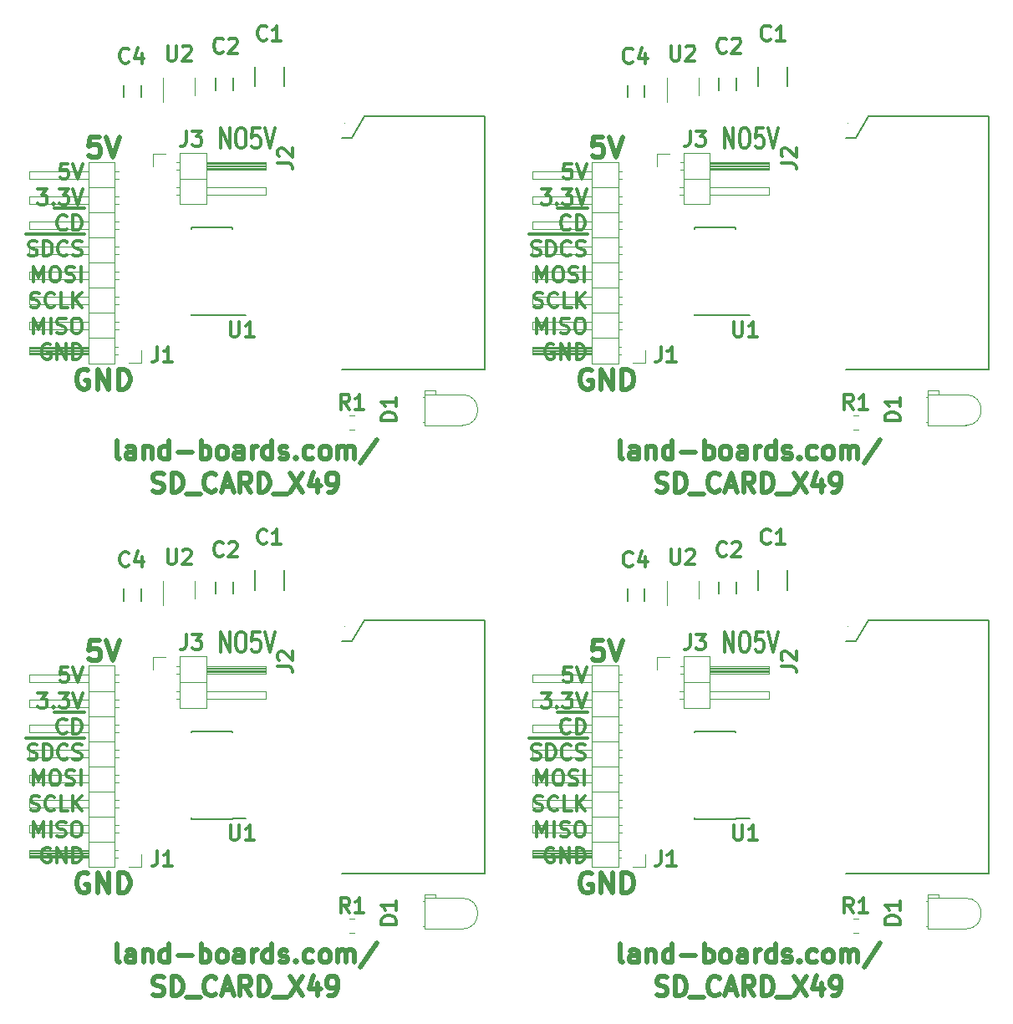
<source format=gto>
%MOIN*%
%OFA0B0*%
%FSLAX46Y46*%
%IPPOS*%
%LPD*%
%ADD10C,0.012000000000000002*%
%ADD11C,0.018750000000000003*%
%ADD12C,0.02*%
%ADD13C,0.005905511811023622*%
%ADD14C,0.0047244094488188976*%
%ADD15C,0.00039370078740157485*%
%ADD26C,0.012000000000000002*%
%ADD27C,0.018750000000000003*%
%ADD28C,0.02*%
%ADD29C,0.005905511811023622*%
%ADD30C,0.0047244094488188976*%
%ADD31C,0.00039370078740157485*%
%ADD32C,0.012000000000000002*%
%ADD33C,0.018750000000000003*%
%ADD34C,0.02*%
%ADD35C,0.005905511811023622*%
%ADD36C,0.0047244094488188976*%
%ADD37C,0.00039370078740157485*%
%ADD38C,0.012000000000000002*%
%ADD39C,0.018750000000000003*%
%ADD40C,0.02*%
%ADD41C,0.005905511811023622*%
%ADD42C,0.0047244094488188976*%
%ADD43C,0.00039370078740157485*%
G01*
D10*
X0000863442Y0001416644D02*
X0000863442Y0001496644D01*
X0000897727Y0001416644D01*
X0000897727Y0001496644D01*
X0000937727Y0001496644D02*
X0000949156Y0001496644D01*
X0000954870Y0001492834D01*
X0000960584Y0001485215D01*
X0000963442Y0001469977D01*
X0000963442Y0001443310D01*
X0000960584Y0001428072D01*
X0000954870Y0001420453D01*
X0000949156Y0001416644D01*
X0000937727Y0001416644D01*
X0000932013Y0001420453D01*
X0000926299Y0001428072D01*
X0000923442Y0001443310D01*
X0000923442Y0001469977D01*
X0000926299Y0001485215D01*
X0000932013Y0001492834D01*
X0000937727Y0001496644D01*
X0001017727Y0001496644D02*
X0000989156Y0001496644D01*
X0000986299Y0001458548D01*
X0000989156Y0001462358D01*
X0000994870Y0001466167D01*
X0001009156Y0001466167D01*
X0001014870Y0001462358D01*
X0001017727Y0001458548D01*
X0001020584Y0001450929D01*
X0001020584Y0001431882D01*
X0001017727Y0001424263D01*
X0001014870Y0001420453D01*
X0001009156Y0001416644D01*
X0000994870Y0001416644D01*
X0000989156Y0001420453D01*
X0000986299Y0001424263D01*
X0001037727Y0001496644D02*
X0001057727Y0001416644D01*
X0001077727Y0001496644D01*
X0000252784Y0001355590D02*
X0000224213Y0001355590D01*
X0000221356Y0001326781D01*
X0000224213Y0001329662D01*
X0000229927Y0001332542D01*
X0000244213Y0001332542D01*
X0000249927Y0001329662D01*
X0000252784Y0001326781D01*
X0000255642Y0001321019D01*
X0000255642Y0001306614D01*
X0000252784Y0001300852D01*
X0000249927Y0001297971D01*
X0000244213Y0001295090D01*
X0000229927Y0001295090D01*
X0000224213Y0001297971D01*
X0000221356Y0001300852D01*
X0000272784Y0001355590D02*
X0000292784Y0001295090D01*
X0000312784Y0001355590D01*
X0000132784Y0001252840D02*
X0000169927Y0001252840D01*
X0000149927Y0001229792D01*
X0000158499Y0001229792D01*
X0000164213Y0001226912D01*
X0000167070Y0001224031D01*
X0000169927Y0001218269D01*
X0000169927Y0001203864D01*
X0000167070Y0001198102D01*
X0000164213Y0001195221D01*
X0000158499Y0001192340D01*
X0000141356Y0001192340D01*
X0000135642Y0001195221D01*
X0000132784Y0001198102D01*
X0000195642Y0001198102D02*
X0000198499Y0001195221D01*
X0000195642Y0001192340D01*
X0000192784Y0001195221D01*
X0000195642Y0001198102D01*
X0000195642Y0001192340D01*
X0000218499Y0001252840D02*
X0000255642Y0001252840D01*
X0000235642Y0001229792D01*
X0000244213Y0001229792D01*
X0000249927Y0001226912D01*
X0000252784Y0001224031D01*
X0000255642Y0001218269D01*
X0000255642Y0001203864D01*
X0000252784Y0001198102D01*
X0000249927Y0001195221D01*
X0000244213Y0001192340D01*
X0000227070Y0001192340D01*
X0000221356Y0001195221D01*
X0000218499Y0001198102D01*
X0000272784Y0001252840D02*
X0000292784Y0001192340D01*
X0000312784Y0001252840D01*
X0000198499Y0001176119D02*
X0000258499Y0001176119D01*
X0000247070Y0001095352D02*
X0000244213Y0001092471D01*
X0000235642Y0001089590D01*
X0000229927Y0001089590D01*
X0000221356Y0001092471D01*
X0000215642Y0001098233D01*
X0000212784Y0001103995D01*
X0000209927Y0001115519D01*
X0000209927Y0001124162D01*
X0000212784Y0001135685D01*
X0000215642Y0001141447D01*
X0000221356Y0001147209D01*
X0000229927Y0001150090D01*
X0000235642Y0001150090D01*
X0000244213Y0001147209D01*
X0000247070Y0001144328D01*
X0000258499Y0001176119D02*
X0000318499Y0001176119D01*
X0000272784Y0001089590D02*
X0000272784Y0001150090D01*
X0000287070Y0001150090D01*
X0000295642Y0001147209D01*
X0000301356Y0001141447D01*
X0000304213Y0001135685D01*
X0000307070Y0001124162D01*
X0000307070Y0001115519D01*
X0000304213Y0001103995D01*
X0000301356Y0001098233D01*
X0000295642Y0001092471D01*
X0000287070Y0001089590D01*
X0000272784Y0001089590D01*
X0000084213Y0001073369D02*
X0000141356Y0001073369D01*
X0000095642Y0000989721D02*
X0000104213Y0000986840D01*
X0000118499Y0000986840D01*
X0000124213Y0000989721D01*
X0000127070Y0000992602D01*
X0000129927Y0000998364D01*
X0000129927Y0001004126D01*
X0000127070Y0001009888D01*
X0000124213Y0001012769D01*
X0000118499Y0001015650D01*
X0000107070Y0001018531D01*
X0000101356Y0001021412D01*
X0000098499Y0001024292D01*
X0000095642Y0001030054D01*
X0000095642Y0001035816D01*
X0000098499Y0001041578D01*
X0000101356Y0001044459D01*
X0000107070Y0001047340D01*
X0000121356Y0001047340D01*
X0000129927Y0001044459D01*
X0000141356Y0001073369D02*
X0000201356Y0001073369D01*
X0000155642Y0000986840D02*
X0000155642Y0001047340D01*
X0000169927Y0001047340D01*
X0000178499Y0001044459D01*
X0000184213Y0001038697D01*
X0000187070Y0001032935D01*
X0000189927Y0001021412D01*
X0000189927Y0001012769D01*
X0000187070Y0001001245D01*
X0000184213Y0000995483D01*
X0000178499Y0000989721D01*
X0000169927Y0000986840D01*
X0000155642Y0000986840D01*
X0000201356Y0001073369D02*
X0000261356Y0001073369D01*
X0000249927Y0000992602D02*
X0000247070Y0000989721D01*
X0000238499Y0000986840D01*
X0000232784Y0000986840D01*
X0000224213Y0000989721D01*
X0000218499Y0000995483D01*
X0000215642Y0001001245D01*
X0000212784Y0001012769D01*
X0000212784Y0001021412D01*
X0000215642Y0001032935D01*
X0000218499Y0001038697D01*
X0000224213Y0001044459D01*
X0000232784Y0001047340D01*
X0000238499Y0001047340D01*
X0000247070Y0001044459D01*
X0000249927Y0001041578D01*
X0000261356Y0001073369D02*
X0000318499Y0001073369D01*
X0000272784Y0000989721D02*
X0000281356Y0000986840D01*
X0000295642Y0000986840D01*
X0000301356Y0000989721D01*
X0000304213Y0000992602D01*
X0000307070Y0000998364D01*
X0000307070Y0001004126D01*
X0000304213Y0001009888D01*
X0000301356Y0001012769D01*
X0000295642Y0001015650D01*
X0000284213Y0001018531D01*
X0000278499Y0001021412D01*
X0000275642Y0001024292D01*
X0000272784Y0001030054D01*
X0000272784Y0001035816D01*
X0000275642Y0001041578D01*
X0000278499Y0001044459D01*
X0000284213Y0001047340D01*
X0000298499Y0001047340D01*
X0000307070Y0001044459D01*
X0000115642Y0000884090D02*
X0000115642Y0000944590D01*
X0000135642Y0000901376D01*
X0000155642Y0000944590D01*
X0000155642Y0000884090D01*
X0000195642Y0000944590D02*
X0000207070Y0000944590D01*
X0000212784Y0000941709D01*
X0000218499Y0000935947D01*
X0000221356Y0000924423D01*
X0000221356Y0000904257D01*
X0000218499Y0000892733D01*
X0000212784Y0000886971D01*
X0000207070Y0000884090D01*
X0000195642Y0000884090D01*
X0000189927Y0000886971D01*
X0000184213Y0000892733D01*
X0000181356Y0000904257D01*
X0000181356Y0000924423D01*
X0000184213Y0000935947D01*
X0000189927Y0000941709D01*
X0000195642Y0000944590D01*
X0000244213Y0000886971D02*
X0000252784Y0000884090D01*
X0000267070Y0000884090D01*
X0000272784Y0000886971D01*
X0000275642Y0000889852D01*
X0000278499Y0000895614D01*
X0000278499Y0000901376D01*
X0000275642Y0000907138D01*
X0000272784Y0000910019D01*
X0000267070Y0000912900D01*
X0000255642Y0000915781D01*
X0000249927Y0000918662D01*
X0000247070Y0000921542D01*
X0000244213Y0000927304D01*
X0000244213Y0000933066D01*
X0000247070Y0000938828D01*
X0000249927Y0000941709D01*
X0000255642Y0000944590D01*
X0000269927Y0000944590D01*
X0000278499Y0000941709D01*
X0000304213Y0000884090D02*
X0000304213Y0000944590D01*
X0000104213Y0000784221D02*
X0000112784Y0000781340D01*
X0000127070Y0000781340D01*
X0000132784Y0000784221D01*
X0000135642Y0000787102D01*
X0000138499Y0000792864D01*
X0000138499Y0000798626D01*
X0000135642Y0000804388D01*
X0000132784Y0000807269D01*
X0000127070Y0000810150D01*
X0000115642Y0000813031D01*
X0000109927Y0000815912D01*
X0000107070Y0000818792D01*
X0000104213Y0000824554D01*
X0000104213Y0000830316D01*
X0000107070Y0000836078D01*
X0000109927Y0000838959D01*
X0000115642Y0000841840D01*
X0000129927Y0000841840D01*
X0000138499Y0000838959D01*
X0000198499Y0000787102D02*
X0000195642Y0000784221D01*
X0000187070Y0000781340D01*
X0000181356Y0000781340D01*
X0000172784Y0000784221D01*
X0000167070Y0000789983D01*
X0000164213Y0000795745D01*
X0000161356Y0000807269D01*
X0000161356Y0000815912D01*
X0000164213Y0000827435D01*
X0000167070Y0000833197D01*
X0000172784Y0000838959D01*
X0000181356Y0000841840D01*
X0000187070Y0000841840D01*
X0000195642Y0000838959D01*
X0000198499Y0000836078D01*
X0000252784Y0000781340D02*
X0000224213Y0000781340D01*
X0000224213Y0000841840D01*
X0000272784Y0000781340D02*
X0000272784Y0000841840D01*
X0000307070Y0000781340D02*
X0000281356Y0000815912D01*
X0000307070Y0000841840D02*
X0000272784Y0000807269D01*
X0000115642Y0000678590D02*
X0000115642Y0000739090D01*
X0000135642Y0000695876D01*
X0000155642Y0000739090D01*
X0000155642Y0000678590D01*
X0000184213Y0000678590D02*
X0000184213Y0000739090D01*
X0000209927Y0000681471D02*
X0000218499Y0000678590D01*
X0000232784Y0000678590D01*
X0000238499Y0000681471D01*
X0000241356Y0000684352D01*
X0000244213Y0000690114D01*
X0000244213Y0000695876D01*
X0000241356Y0000701638D01*
X0000238499Y0000704519D01*
X0000232784Y0000707400D01*
X0000221356Y0000710281D01*
X0000215642Y0000713162D01*
X0000212784Y0000716042D01*
X0000209927Y0000721804D01*
X0000209927Y0000727566D01*
X0000212784Y0000733328D01*
X0000215642Y0000736209D01*
X0000221356Y0000739090D01*
X0000235642Y0000739090D01*
X0000244213Y0000736209D01*
X0000281356Y0000739090D02*
X0000292784Y0000739090D01*
X0000298499Y0000736209D01*
X0000304213Y0000730447D01*
X0000307070Y0000718923D01*
X0000307070Y0000698757D01*
X0000304213Y0000687233D01*
X0000298499Y0000681471D01*
X0000292784Y0000678590D01*
X0000281356Y0000678590D01*
X0000275642Y0000681471D01*
X0000269927Y0000687233D01*
X0000267070Y0000698757D01*
X0000267070Y0000718923D01*
X0000269927Y0000730447D01*
X0000275642Y0000736209D01*
X0000281356Y0000739090D01*
X0000181356Y0000633459D02*
X0000175642Y0000636340D01*
X0000167070Y0000636340D01*
X0000158499Y0000633459D01*
X0000152784Y0000627697D01*
X0000149927Y0000621935D01*
X0000147070Y0000610412D01*
X0000147070Y0000601769D01*
X0000149927Y0000590245D01*
X0000152784Y0000584483D01*
X0000158499Y0000578721D01*
X0000167070Y0000575840D01*
X0000172784Y0000575840D01*
X0000181356Y0000578721D01*
X0000184213Y0000581602D01*
X0000184213Y0000601769D01*
X0000172784Y0000601769D01*
X0000209927Y0000575840D02*
X0000209927Y0000636340D01*
X0000244213Y0000575840D01*
X0000244213Y0000636340D01*
X0000272784Y0000575840D02*
X0000272784Y0000636340D01*
X0000287070Y0000636340D01*
X0000295642Y0000633459D01*
X0000301356Y0000627697D01*
X0000304213Y0000621935D01*
X0000307070Y0000610412D01*
X0000307070Y0000601769D01*
X0000304213Y0000590245D01*
X0000301356Y0000584483D01*
X0000295642Y0000578721D01*
X0000287070Y0000575840D01*
X0000272784Y0000575840D01*
D11*
X0000458844Y0000177365D02*
X0000451701Y0000180937D01*
X0000448129Y0000188080D01*
X0000448129Y0000252365D01*
X0000519558Y0000177365D02*
X0000519558Y0000216651D01*
X0000515987Y0000223794D01*
X0000508844Y0000227365D01*
X0000494558Y0000227365D01*
X0000487415Y0000223794D01*
X0000519558Y0000180937D02*
X0000512415Y0000177365D01*
X0000494558Y0000177365D01*
X0000487415Y0000180937D01*
X0000483844Y0000188080D01*
X0000483844Y0000195222D01*
X0000487415Y0000202365D01*
X0000494558Y0000205937D01*
X0000512415Y0000205937D01*
X0000519558Y0000209508D01*
X0000555272Y0000227365D02*
X0000555272Y0000177365D01*
X0000555272Y0000220222D02*
X0000558844Y0000223794D01*
X0000565987Y0000227365D01*
X0000576701Y0000227365D01*
X0000583844Y0000223794D01*
X0000587415Y0000216651D01*
X0000587415Y0000177365D01*
X0000655272Y0000177365D02*
X0000655272Y0000252365D01*
X0000655272Y0000180937D02*
X0000648129Y0000177365D01*
X0000633844Y0000177365D01*
X0000626701Y0000180937D01*
X0000623129Y0000184508D01*
X0000619558Y0000191651D01*
X0000619558Y0000213080D01*
X0000623129Y0000220222D01*
X0000626701Y0000223794D01*
X0000633844Y0000227365D01*
X0000648129Y0000227365D01*
X0000655272Y0000223794D01*
X0000690987Y0000205937D02*
X0000748129Y0000205937D01*
X0000783844Y0000177365D02*
X0000783844Y0000252365D01*
X0000783844Y0000223794D02*
X0000790987Y0000227365D01*
X0000805272Y0000227365D01*
X0000812415Y0000223794D01*
X0000815987Y0000220222D01*
X0000819558Y0000213080D01*
X0000819558Y0000191651D01*
X0000815987Y0000184508D01*
X0000812415Y0000180937D01*
X0000805272Y0000177365D01*
X0000790987Y0000177365D01*
X0000783844Y0000180937D01*
X0000862415Y0000177365D02*
X0000855272Y0000180937D01*
X0000851701Y0000184508D01*
X0000848129Y0000191651D01*
X0000848129Y0000213080D01*
X0000851701Y0000220222D01*
X0000855272Y0000223794D01*
X0000862415Y0000227365D01*
X0000873129Y0000227365D01*
X0000880272Y0000223794D01*
X0000883844Y0000220222D01*
X0000887415Y0000213080D01*
X0000887415Y0000191651D01*
X0000883844Y0000184508D01*
X0000880272Y0000180937D01*
X0000873129Y0000177365D01*
X0000862415Y0000177365D01*
X0000951701Y0000177365D02*
X0000951701Y0000216651D01*
X0000948129Y0000223794D01*
X0000940987Y0000227365D01*
X0000926701Y0000227365D01*
X0000919558Y0000223794D01*
X0000951701Y0000180937D02*
X0000944558Y0000177365D01*
X0000926701Y0000177365D01*
X0000919558Y0000180937D01*
X0000915987Y0000188080D01*
X0000915987Y0000195222D01*
X0000919558Y0000202365D01*
X0000926701Y0000205937D01*
X0000944558Y0000205937D01*
X0000951701Y0000209508D01*
X0000987415Y0000177365D02*
X0000987415Y0000227365D01*
X0000987415Y0000213080D02*
X0000990987Y0000220222D01*
X0000994558Y0000223794D01*
X0001001701Y0000227365D01*
X0001008844Y0000227365D01*
X0001065987Y0000177365D02*
X0001065987Y0000252365D01*
X0001065987Y0000180937D02*
X0001058844Y0000177365D01*
X0001044558Y0000177365D01*
X0001037415Y0000180937D01*
X0001033844Y0000184508D01*
X0001030272Y0000191651D01*
X0001030272Y0000213080D01*
X0001033844Y0000220222D01*
X0001037415Y0000223794D01*
X0001044558Y0000227365D01*
X0001058844Y0000227365D01*
X0001065987Y0000223794D01*
X0001098129Y0000180937D02*
X0001105272Y0000177365D01*
X0001119558Y0000177365D01*
X0001126701Y0000180937D01*
X0001130272Y0000188080D01*
X0001130272Y0000191651D01*
X0001126701Y0000198794D01*
X0001119558Y0000202365D01*
X0001108844Y0000202365D01*
X0001101701Y0000205937D01*
X0001098129Y0000213080D01*
X0001098129Y0000216651D01*
X0001101701Y0000223794D01*
X0001108844Y0000227365D01*
X0001119558Y0000227365D01*
X0001126701Y0000223794D01*
X0001162415Y0000184508D02*
X0001165987Y0000180937D01*
X0001162415Y0000177365D01*
X0001158844Y0000180937D01*
X0001162415Y0000184508D01*
X0001162415Y0000177365D01*
X0001230272Y0000180937D02*
X0001223129Y0000177365D01*
X0001208844Y0000177365D01*
X0001201701Y0000180937D01*
X0001198129Y0000184508D01*
X0001194558Y0000191651D01*
X0001194558Y0000213080D01*
X0001198129Y0000220222D01*
X0001201701Y0000223794D01*
X0001208844Y0000227365D01*
X0001223129Y0000227365D01*
X0001230272Y0000223794D01*
X0001273129Y0000177365D02*
X0001265987Y0000180937D01*
X0001262415Y0000184508D01*
X0001258844Y0000191651D01*
X0001258844Y0000213080D01*
X0001262415Y0000220222D01*
X0001265987Y0000223794D01*
X0001273129Y0000227365D01*
X0001283844Y0000227365D01*
X0001290987Y0000223794D01*
X0001294558Y0000220222D01*
X0001298129Y0000213080D01*
X0001298129Y0000191651D01*
X0001294558Y0000184508D01*
X0001290987Y0000180937D01*
X0001283844Y0000177365D01*
X0001273129Y0000177365D01*
X0001330272Y0000177365D02*
X0001330272Y0000227365D01*
X0001330272Y0000220222D02*
X0001333844Y0000223794D01*
X0001340987Y0000227365D01*
X0001351701Y0000227365D01*
X0001358844Y0000223794D01*
X0001362415Y0000216651D01*
X0001362415Y0000177365D01*
X0001362415Y0000216651D02*
X0001365987Y0000223794D01*
X0001373129Y0000227365D01*
X0001383844Y0000227365D01*
X0001390987Y0000223794D01*
X0001394558Y0000216651D01*
X0001394558Y0000177365D01*
X0001483844Y0000255937D02*
X0001419558Y0000159508D01*
X0000592772Y0000049687D02*
X0000603487Y0000046115D01*
X0000621344Y0000046115D01*
X0000628487Y0000049687D01*
X0000632058Y0000053258D01*
X0000635629Y0000060401D01*
X0000635629Y0000067544D01*
X0000632058Y0000074687D01*
X0000628487Y0000078258D01*
X0000621344Y0000081830D01*
X0000607058Y0000085401D01*
X0000599915Y0000088972D01*
X0000596344Y0000092544D01*
X0000592772Y0000099687D01*
X0000592772Y0000106830D01*
X0000596344Y0000113972D01*
X0000599915Y0000117544D01*
X0000607058Y0000121115D01*
X0000624915Y0000121115D01*
X0000635629Y0000117544D01*
X0000667772Y0000046115D02*
X0000667772Y0000121115D01*
X0000685629Y0000121115D01*
X0000696344Y0000117544D01*
X0000703487Y0000110401D01*
X0000707058Y0000103258D01*
X0000710629Y0000088972D01*
X0000710629Y0000078258D01*
X0000707058Y0000063972D01*
X0000703487Y0000056830D01*
X0000696344Y0000049687D01*
X0000685629Y0000046115D01*
X0000667772Y0000046115D01*
X0000724915Y0000038972D02*
X0000782058Y0000038972D01*
X0000842772Y0000053258D02*
X0000839201Y0000049687D01*
X0000828487Y0000046115D01*
X0000821344Y0000046115D01*
X0000810629Y0000049687D01*
X0000803487Y0000056830D01*
X0000799915Y0000063972D01*
X0000796344Y0000078258D01*
X0000796344Y0000088972D01*
X0000799915Y0000103258D01*
X0000803487Y0000110401D01*
X0000810629Y0000117544D01*
X0000821344Y0000121115D01*
X0000828487Y0000121115D01*
X0000839201Y0000117544D01*
X0000842772Y0000113972D01*
X0000871344Y0000067544D02*
X0000907058Y0000067544D01*
X0000864201Y0000046115D02*
X0000889201Y0000121115D01*
X0000914201Y0000046115D01*
X0000982058Y0000046115D02*
X0000957058Y0000081830D01*
X0000939201Y0000046115D02*
X0000939201Y0000121115D01*
X0000967772Y0000121115D01*
X0000974915Y0000117544D01*
X0000978487Y0000113972D01*
X0000982058Y0000106830D01*
X0000982058Y0000096115D01*
X0000978487Y0000088972D01*
X0000974915Y0000085401D01*
X0000967772Y0000081830D01*
X0000939201Y0000081830D01*
X0001014201Y0000046115D02*
X0001014201Y0000121115D01*
X0001032058Y0000121115D01*
X0001042772Y0000117544D01*
X0001049915Y0000110401D01*
X0001053487Y0000103258D01*
X0001057058Y0000088972D01*
X0001057058Y0000078258D01*
X0001053487Y0000063972D01*
X0001049915Y0000056830D01*
X0001042772Y0000049687D01*
X0001032058Y0000046115D01*
X0001014201Y0000046115D01*
X0001071344Y0000038972D02*
X0001128487Y0000038972D01*
X0001139201Y0000121115D02*
X0001189201Y0000046115D01*
X0001189201Y0000121115D02*
X0001139201Y0000046115D01*
X0001249915Y0000096115D02*
X0001249915Y0000046115D01*
X0001232058Y0000124687D02*
X0001214201Y0000071115D01*
X0001260629Y0000071115D01*
X0001292772Y0000046115D02*
X0001307058Y0000046115D01*
X0001314201Y0000049687D01*
X0001317772Y0000053258D01*
X0001324915Y0000063972D01*
X0001328487Y0000078258D01*
X0001328487Y0000106830D01*
X0001324915Y0000113972D01*
X0001321344Y0000117544D01*
X0001314201Y0000121115D01*
X0001299915Y0000121115D01*
X0001292772Y0000117544D01*
X0001289201Y0000113972D01*
X0001285629Y0000106830D01*
X0001285629Y0000088972D01*
X0001289201Y0000081830D01*
X0001292772Y0000078258D01*
X0001299915Y0000074687D01*
X0001314201Y0000074687D01*
X0001321344Y0000078258D01*
X0001324915Y0000081830D01*
X0001328487Y0000088972D01*
D12*
X0000332748Y0000532125D02*
X0000325129Y0000535935D01*
X0000313700Y0000535935D01*
X0000302272Y0000532125D01*
X0000294653Y0000524506D01*
X0000290843Y0000516887D01*
X0000287034Y0000501649D01*
X0000287034Y0000490221D01*
X0000290843Y0000474983D01*
X0000294653Y0000467364D01*
X0000302272Y0000459745D01*
X0000313700Y0000455935D01*
X0000321319Y0000455935D01*
X0000332748Y0000459745D01*
X0000336557Y0000463554D01*
X0000336557Y0000490221D01*
X0000321319Y0000490221D01*
X0000370843Y0000455935D02*
X0000370843Y0000535935D01*
X0000416557Y0000455935D01*
X0000416557Y0000535935D01*
X0000454653Y0000455935D02*
X0000454653Y0000535935D01*
X0000473700Y0000535935D01*
X0000485129Y0000532125D01*
X0000492748Y0000524506D01*
X0000496557Y0000516887D01*
X0000500367Y0000501649D01*
X0000500367Y0000490221D01*
X0000496557Y0000474983D01*
X0000492748Y0000467364D01*
X0000485129Y0000459745D01*
X0000473700Y0000455935D01*
X0000454653Y0000455935D01*
X0000378462Y0001461132D02*
X0000340367Y0001461132D01*
X0000336557Y0001423037D01*
X0000340367Y0001426846D01*
X0000347986Y0001430656D01*
X0000367034Y0001430656D01*
X0000374653Y0001426846D01*
X0000378462Y0001423037D01*
X0000382272Y0001415418D01*
X0000382272Y0001396370D01*
X0000378462Y0001388751D01*
X0000374653Y0001384941D01*
X0000367034Y0001381132D01*
X0000347986Y0001381132D01*
X0000340367Y0001384941D01*
X0000336557Y0001388751D01*
X0000405129Y0001461132D02*
X0000431796Y0001381132D01*
X0000458462Y0001461132D01*
D13*
X0001114370Y0001742204D02*
X0001114370Y0001663464D01*
X0000998228Y0001663464D02*
X0000998228Y0001742204D01*
X0000910748Y0001696456D02*
X0000910748Y0001649212D01*
X0000841850Y0001649212D02*
X0000841850Y0001696456D01*
X0000545000Y0001667637D02*
X0000545000Y0001620393D01*
X0000476102Y0001620393D02*
X0000476102Y0001667637D01*
D14*
X0001668818Y0000422834D02*
X0001668818Y0000422834D01*
X0001673937Y0000422834D02*
X0001668818Y0000422834D01*
X0001673937Y0000422834D02*
X0001673937Y0000422834D01*
X0001668818Y0000422834D02*
X0001673937Y0000422834D01*
X0001668818Y0000322834D02*
X0001668818Y0000322834D01*
X0001673937Y0000322834D02*
X0001668818Y0000322834D01*
X0001673937Y0000322834D02*
X0001673937Y0000322834D01*
X0001668818Y0000322834D02*
X0001673937Y0000322834D01*
X0001673937Y0000434251D02*
X0001673937Y0000450000D01*
X0001718031Y0000434251D02*
X0001673937Y0000434251D01*
X0001718031Y0000450000D02*
X0001718031Y0000434251D01*
X0001673937Y0000450000D02*
X0001718031Y0000450000D01*
X0001673937Y0000311417D02*
X0001673937Y0000434251D01*
X0001673937Y0000434251D02*
X0001825905Y0000434251D01*
X0001673937Y0000311417D02*
X0001825905Y0000311417D01*
X0001825905Y0000434251D02*
G75*
G02*
X0001825905Y0000311417J-0000061417D01*
G01*
D15*
X0001354645Y0001519409D02*
X0001354251Y0001519409D01*
D13*
X0001386299Y0001457834D02*
X0001346299Y0001457834D01*
X0001436299Y0001542834D02*
X0001386299Y0001457834D01*
X0001801299Y0001542834D02*
X0001436299Y0001542834D01*
X0001346299Y0000532834D02*
X0001801299Y0000532834D01*
X0001916299Y0001542834D02*
X0001801299Y0001542834D01*
X0001916299Y0001537834D02*
X0001916299Y0001542834D01*
X0001916299Y0000532834D02*
X0001916299Y0001537834D01*
X0001801299Y0000532834D02*
X0001916299Y0000532834D01*
D14*
X0001376013Y0000294881D02*
X0001396584Y0000294881D01*
X0001376013Y0000350787D02*
X0001396584Y0000350787D01*
X0000632913Y0001698267D02*
X0000632913Y0001601811D01*
X0000759685Y0001627401D02*
X0000759685Y0001698267D01*
X0000546062Y0000560236D02*
X0000496062Y0000560236D01*
X0000546062Y0000610236D02*
X0000546062Y0000560236D01*
X0000455002Y0001325196D02*
X0000439370Y0001325196D01*
X0000455002Y0001295275D02*
X0000439370Y0001295275D01*
X0000098425Y0001325196D02*
X0000334645Y0001325196D01*
X0000098425Y0001295275D02*
X0000098425Y0001325196D01*
X0000334645Y0001295275D02*
X0000098425Y0001295275D01*
X0000439370Y0001260236D02*
X0000334645Y0001260236D01*
X0000455002Y0001225196D02*
X0000439370Y0001225196D01*
X0000455002Y0001195275D02*
X0000439370Y0001195275D01*
X0000098425Y0001225196D02*
X0000334645Y0001225196D01*
X0000098425Y0001195275D02*
X0000098425Y0001225196D01*
X0000334645Y0001195275D02*
X0000098425Y0001195275D01*
X0000439370Y0001160236D02*
X0000334645Y0001160236D01*
X0000455002Y0001125196D02*
X0000439370Y0001125196D01*
X0000455002Y0001095275D02*
X0000439370Y0001095275D01*
X0000098425Y0001125196D02*
X0000334645Y0001125196D01*
X0000098425Y0001095275D02*
X0000098425Y0001125196D01*
X0000334645Y0001095275D02*
X0000098425Y0001095275D01*
X0000439370Y0001060236D02*
X0000334645Y0001060236D01*
X0000455002Y0001025196D02*
X0000439370Y0001025196D01*
X0000455002Y0000995275D02*
X0000439370Y0000995275D01*
X0000098425Y0001025196D02*
X0000334645Y0001025196D01*
X0000098425Y0000995275D02*
X0000098425Y0001025196D01*
X0000334645Y0000995275D02*
X0000098425Y0000995275D01*
X0000439370Y0000960236D02*
X0000334645Y0000960236D01*
X0000455002Y0000925196D02*
X0000439370Y0000925196D01*
X0000455002Y0000895275D02*
X0000439370Y0000895275D01*
X0000098425Y0000925196D02*
X0000334645Y0000925196D01*
X0000098425Y0000895275D02*
X0000098425Y0000925196D01*
X0000334645Y0000895275D02*
X0000098425Y0000895275D01*
X0000439370Y0000860236D02*
X0000334645Y0000860236D01*
X0000455002Y0000825196D02*
X0000439370Y0000825196D01*
X0000455002Y0000795275D02*
X0000439370Y0000795275D01*
X0000098425Y0000825196D02*
X0000334645Y0000825196D01*
X0000098425Y0000795275D02*
X0000098425Y0000825196D01*
X0000334645Y0000795275D02*
X0000098425Y0000795275D01*
X0000439370Y0000760236D02*
X0000334645Y0000760236D01*
X0000455002Y0000725196D02*
X0000439370Y0000725196D01*
X0000455002Y0000695275D02*
X0000439370Y0000695275D01*
X0000098425Y0000725196D02*
X0000334645Y0000725196D01*
X0000098425Y0000695275D02*
X0000098425Y0000725196D01*
X0000334645Y0000695275D02*
X0000098425Y0000695275D01*
X0000439370Y0000660236D02*
X0000334645Y0000660236D01*
X0000452362Y0000625196D02*
X0000439370Y0000625196D01*
X0000452362Y0000595275D02*
X0000439370Y0000595275D01*
X0000334645Y0000621259D02*
X0000098425Y0000621259D01*
X0000334645Y0000616535D02*
X0000098425Y0000616535D01*
X0000334645Y0000611811D02*
X0000098425Y0000611811D01*
X0000334645Y0000607086D02*
X0000098425Y0000607086D01*
X0000334645Y0000602362D02*
X0000098425Y0000602362D01*
X0000334645Y0000597637D02*
X0000098425Y0000597637D01*
X0000098425Y0000625196D02*
X0000334645Y0000625196D01*
X0000098425Y0000595275D02*
X0000098425Y0000625196D01*
X0000334645Y0000595275D02*
X0000098425Y0000595275D01*
X0000334645Y0000557874D02*
X0000439370Y0000557874D01*
X0000334645Y0001362598D02*
X0000334645Y0000557874D01*
X0000439370Y0001362598D02*
X0000334645Y0001362598D01*
X0000439370Y0000557874D02*
X0000439370Y0001362598D01*
D13*
X0000908464Y0000750984D02*
X0000962598Y0000750984D01*
X0000908464Y0001100393D02*
X0000745078Y0001100393D01*
X0000908464Y0000749999D02*
X0000745078Y0000749999D01*
X0000908464Y0001100393D02*
X0000908464Y0001095866D01*
X0000745078Y0001100393D02*
X0000745078Y0001095866D01*
X0000745078Y0000749999D02*
X0000745078Y0000754527D01*
X0000908464Y0000749999D02*
X0000908464Y0000750984D01*
D14*
X0000592716Y0001395472D02*
X0000642716Y0001395472D01*
X0000592716Y0001345472D02*
X0000592716Y0001395472D01*
X0000683776Y0001230511D02*
X0000699409Y0001230511D01*
X0000683776Y0001260433D02*
X0000699409Y0001260433D01*
X0001040354Y0001230511D02*
X0000804133Y0001230511D01*
X0001040354Y0001260433D02*
X0001040354Y0001230511D01*
X0000804133Y0001260433D02*
X0001040354Y0001260433D01*
X0000699409Y0001295472D02*
X0000804133Y0001295472D01*
X0000686417Y0001330511D02*
X0000699409Y0001330511D01*
X0000686417Y0001360432D02*
X0000699409Y0001360432D01*
X0000804133Y0001334448D02*
X0001040354Y0001334448D01*
X0000804133Y0001339173D02*
X0001040354Y0001339173D01*
X0000804133Y0001343897D02*
X0001040354Y0001343897D01*
X0000804133Y0001348622D02*
X0001040354Y0001348622D01*
X0000804133Y0001353346D02*
X0001040354Y0001353346D01*
X0000804133Y0001358070D02*
X0001040354Y0001358070D01*
X0001040354Y0001330511D02*
X0000804133Y0001330511D01*
X0001040354Y0001360432D02*
X0001040354Y0001330511D01*
X0000804133Y0001360432D02*
X0001040354Y0001360432D01*
X0000804133Y0001397834D02*
X0000699409Y0001397834D01*
X0000804133Y0001193110D02*
X0000804133Y0001397834D01*
X0000699409Y0001193110D02*
X0000804133Y0001193110D01*
X0000699409Y0001397834D02*
X0000699409Y0001193110D01*
D10*
X0001046299Y0001851406D02*
X0001043442Y0001848548D01*
X0001034870Y0001845691D01*
X0001029156Y0001845691D01*
X0001020584Y0001848548D01*
X0001014870Y0001854263D01*
X0001012013Y0001859977D01*
X0001009156Y0001871406D01*
X0001009156Y0001879977D01*
X0001012013Y0001891406D01*
X0001014870Y0001897120D01*
X0001020584Y0001902834D01*
X0001029156Y0001905691D01*
X0001034870Y0001905691D01*
X0001043442Y0001902834D01*
X0001046299Y0001899977D01*
X0001103442Y0001845691D02*
X0001069156Y0001845691D01*
X0001086299Y0001845691D02*
X0001086299Y0001905691D01*
X0001080584Y0001897120D01*
X0001074870Y0001891406D01*
X0001069156Y0001888548D01*
X0000871299Y0001801406D02*
X0000868442Y0001798548D01*
X0000859870Y0001795691D01*
X0000854156Y0001795691D01*
X0000845584Y0001798548D01*
X0000839870Y0001804263D01*
X0000837013Y0001809977D01*
X0000834156Y0001821406D01*
X0000834156Y0001829977D01*
X0000837013Y0001841406D01*
X0000839870Y0001847120D01*
X0000845584Y0001852834D01*
X0000854156Y0001855691D01*
X0000859870Y0001855691D01*
X0000868442Y0001852834D01*
X0000871299Y0001849977D01*
X0000894156Y0001849977D02*
X0000897013Y0001852834D01*
X0000902727Y0001855691D01*
X0000917013Y0001855691D01*
X0000922727Y0001852834D01*
X0000925584Y0001849977D01*
X0000928442Y0001844263D01*
X0000928442Y0001838548D01*
X0000925584Y0001829977D01*
X0000891299Y0001795691D01*
X0000928442Y0001795691D01*
X0000496299Y0001761406D02*
X0000493442Y0001758548D01*
X0000484870Y0001755691D01*
X0000479156Y0001755691D01*
X0000470584Y0001758548D01*
X0000464870Y0001764263D01*
X0000462013Y0001769977D01*
X0000459156Y0001781406D01*
X0000459156Y0001789977D01*
X0000462013Y0001801406D01*
X0000464870Y0001807120D01*
X0000470584Y0001812834D01*
X0000479156Y0001815691D01*
X0000484870Y0001815691D01*
X0000493442Y0001812834D01*
X0000496299Y0001809977D01*
X0000547727Y0001795691D02*
X0000547727Y0001755691D01*
X0000533442Y0001818548D02*
X0000519156Y0001775691D01*
X0000556299Y0001775691D01*
X0001562575Y0000329730D02*
X0001502575Y0000329730D01*
X0001502575Y0000344015D01*
X0001505433Y0000352587D01*
X0001511147Y0000358301D01*
X0001516861Y0000361158D01*
X0001528290Y0000364015D01*
X0001536861Y0000364015D01*
X0001548290Y0000361158D01*
X0001554004Y0000358301D01*
X0001559718Y0000352587D01*
X0001562575Y0000344015D01*
X0001562575Y0000329730D01*
X0001562575Y0000421158D02*
X0001562575Y0000386872D01*
X0001562575Y0000404015D02*
X0001502575Y0000404015D01*
X0001511147Y0000398301D01*
X0001516861Y0000392587D01*
X0001519718Y0000386872D01*
X0001089190Y0001357952D02*
X0001132047Y0001357952D01*
X0001140618Y0001355095D01*
X0001146332Y0001349381D01*
X0001149190Y0001340809D01*
X0001149190Y0001335095D01*
X0001094904Y0001383667D02*
X0001092047Y0001386524D01*
X0001089190Y0001392238D01*
X0001089190Y0001406524D01*
X0001092047Y0001412238D01*
X0001094904Y0001415095D01*
X0001100618Y0001417952D01*
X0001106332Y0001417952D01*
X0001114904Y0001415095D01*
X0001149190Y0001380809D01*
X0001149190Y0001417952D01*
X0001376299Y0000375691D02*
X0001356299Y0000404263D01*
X0001342013Y0000375691D02*
X0001342013Y0000435691D01*
X0001364870Y0000435691D01*
X0001370584Y0000432834D01*
X0001373442Y0000429977D01*
X0001376299Y0000424263D01*
X0001376299Y0000415691D01*
X0001373442Y0000409977D01*
X0001370584Y0000407120D01*
X0001364870Y0000404263D01*
X0001342013Y0000404263D01*
X0001433442Y0000375691D02*
X0001399156Y0000375691D01*
X0001416299Y0000375691D02*
X0001416299Y0000435691D01*
X0001410584Y0000427120D01*
X0001404870Y0000421406D01*
X0001399156Y0000418548D01*
X0000650584Y0001825691D02*
X0000650584Y0001777120D01*
X0000653442Y0001771406D01*
X0000656299Y0001768548D01*
X0000662013Y0001765691D01*
X0000673442Y0001765691D01*
X0000679156Y0001768548D01*
X0000682013Y0001771406D01*
X0000684870Y0001777120D01*
X0000684870Y0001825691D01*
X0000710584Y0001819977D02*
X0000713442Y0001822834D01*
X0000719156Y0001825691D01*
X0000733442Y0001825691D01*
X0000739156Y0001822834D01*
X0000742013Y0001819977D01*
X0000744870Y0001814263D01*
X0000744870Y0001808548D01*
X0000742013Y0001799977D01*
X0000707727Y0001765691D01*
X0000744870Y0001765691D01*
X0000609921Y0000623408D02*
X0000609921Y0000580551D01*
X0000607064Y0000571979D01*
X0000601349Y0000566265D01*
X0000592778Y0000563408D01*
X0000587064Y0000563408D01*
X0000669921Y0000563408D02*
X0000635635Y0000563408D01*
X0000652778Y0000563408D02*
X0000652778Y0000623408D01*
X0000647064Y0000614836D01*
X0000641349Y0000609122D01*
X0000635635Y0000606265D01*
X0000900584Y0000725691D02*
X0000900584Y0000677120D01*
X0000903442Y0000671406D01*
X0000906299Y0000668548D01*
X0000912013Y0000665691D01*
X0000923442Y0000665691D01*
X0000929156Y0000668548D01*
X0000932013Y0000671406D01*
X0000934870Y0000677120D01*
X0000934870Y0000725691D01*
X0000994870Y0000665691D02*
X0000960584Y0000665691D01*
X0000977727Y0000665691D02*
X0000977727Y0000725691D01*
X0000972013Y0000717120D01*
X0000966299Y0000711406D01*
X0000960584Y0000708548D01*
X0000726299Y0001485691D02*
X0000726299Y0001442834D01*
X0000723442Y0001434263D01*
X0000717727Y0001428548D01*
X0000709156Y0001425691D01*
X0000703442Y0001425691D01*
X0000749156Y0001485691D02*
X0000786299Y0001485691D01*
X0000766299Y0001462834D01*
X0000774870Y0001462834D01*
X0000780584Y0001459977D01*
X0000783442Y0001457120D01*
X0000786299Y0001451406D01*
X0000786299Y0001437120D01*
X0000783442Y0001431406D01*
X0000780584Y0001428548D01*
X0000774870Y0001425691D01*
X0000757727Y0001425691D01*
X0000752013Y0001428548D01*
X0000749156Y0001431406D01*
G04 next file*
G04 #@! TF.GenerationSoftware,KiCad,Pcbnew,(5.1.10)-1*
G04 #@! TF.CreationDate,2021-09-22T18:41:59-04:00*
G04 #@! TF.ProjectId,SD_CARD_X49,53445f43-4152-4445-9f58-34392e6b6963,1*
G04 #@! TF.SameCoordinates,Original*
G04 #@! TF.FileFunction,Legend,Top*
G04 #@! TF.FilePolarity,Positive*
G04 Gerber Fmt 4.6, Leading zero omitted, Abs format (unit mm)*
G04 Created by KiCad (PCBNEW (5.1.10)-1) date 2021-09-22 18:41:59*
G01*
G04 APERTURE LIST*
G04 APERTURE END LIST*
D26*
X0002871316Y0001416644D02*
X0002871316Y0001496644D01*
X0002905601Y0001416644D01*
X0002905601Y0001496644D01*
X0002945601Y0001496644D02*
X0002957030Y0001496644D01*
X0002962744Y0001492834D01*
X0002968458Y0001485215D01*
X0002971316Y0001469977D01*
X0002971316Y0001443310D01*
X0002968458Y0001428072D01*
X0002962744Y0001420453D01*
X0002957030Y0001416644D01*
X0002945601Y0001416644D01*
X0002939887Y0001420453D01*
X0002934173Y0001428072D01*
X0002931316Y0001443310D01*
X0002931316Y0001469977D01*
X0002934173Y0001485215D01*
X0002939887Y0001492834D01*
X0002945601Y0001496644D01*
X0003025601Y0001496644D02*
X0002997030Y0001496644D01*
X0002994173Y0001458548D01*
X0002997030Y0001462358D01*
X0003002744Y0001466167D01*
X0003017030Y0001466167D01*
X0003022744Y0001462358D01*
X0003025601Y0001458548D01*
X0003028458Y0001450929D01*
X0003028458Y0001431882D01*
X0003025601Y0001424263D01*
X0003022744Y0001420453D01*
X0003017030Y0001416644D01*
X0003002744Y0001416644D01*
X0002997030Y0001420453D01*
X0002994173Y0001424263D01*
X0003045601Y0001496644D02*
X0003065601Y0001416644D01*
X0003085601Y0001496644D01*
X0002260658Y0001355590D02*
X0002232087Y0001355590D01*
X0002229230Y0001326781D01*
X0002232087Y0001329662D01*
X0002237801Y0001332542D01*
X0002252087Y0001332542D01*
X0002257801Y0001329662D01*
X0002260658Y0001326781D01*
X0002263516Y0001321019D01*
X0002263516Y0001306614D01*
X0002260658Y0001300852D01*
X0002257801Y0001297971D01*
X0002252087Y0001295090D01*
X0002237801Y0001295090D01*
X0002232087Y0001297971D01*
X0002229230Y0001300852D01*
X0002280658Y0001355590D02*
X0002300658Y0001295090D01*
X0002320658Y0001355590D01*
X0002140658Y0001252840D02*
X0002177801Y0001252840D01*
X0002157801Y0001229792D01*
X0002166373Y0001229792D01*
X0002172087Y0001226912D01*
X0002174944Y0001224031D01*
X0002177801Y0001218269D01*
X0002177801Y0001203864D01*
X0002174944Y0001198102D01*
X0002172087Y0001195221D01*
X0002166373Y0001192340D01*
X0002149230Y0001192340D01*
X0002143516Y0001195221D01*
X0002140658Y0001198102D01*
X0002203516Y0001198102D02*
X0002206373Y0001195221D01*
X0002203516Y0001192340D01*
X0002200658Y0001195221D01*
X0002203516Y0001198102D01*
X0002203516Y0001192340D01*
X0002226373Y0001252840D02*
X0002263516Y0001252840D01*
X0002243516Y0001229792D01*
X0002252087Y0001229792D01*
X0002257801Y0001226912D01*
X0002260658Y0001224031D01*
X0002263516Y0001218269D01*
X0002263516Y0001203864D01*
X0002260658Y0001198102D01*
X0002257801Y0001195221D01*
X0002252087Y0001192340D01*
X0002234944Y0001192340D01*
X0002229230Y0001195221D01*
X0002226373Y0001198102D01*
X0002280658Y0001252840D02*
X0002300658Y0001192340D01*
X0002320658Y0001252840D01*
X0002206373Y0001176119D02*
X0002266373Y0001176119D01*
X0002254944Y0001095352D02*
X0002252087Y0001092471D01*
X0002243516Y0001089590D01*
X0002237801Y0001089590D01*
X0002229230Y0001092471D01*
X0002223516Y0001098233D01*
X0002220658Y0001103995D01*
X0002217801Y0001115519D01*
X0002217801Y0001124162D01*
X0002220658Y0001135685D01*
X0002223516Y0001141447D01*
X0002229230Y0001147209D01*
X0002237801Y0001150090D01*
X0002243516Y0001150090D01*
X0002252087Y0001147209D01*
X0002254944Y0001144328D01*
X0002266373Y0001176119D02*
X0002326373Y0001176119D01*
X0002280658Y0001089590D02*
X0002280658Y0001150090D01*
X0002294944Y0001150090D01*
X0002303516Y0001147209D01*
X0002309230Y0001141447D01*
X0002312087Y0001135685D01*
X0002314944Y0001124162D01*
X0002314944Y0001115519D01*
X0002312087Y0001103995D01*
X0002309230Y0001098233D01*
X0002303516Y0001092471D01*
X0002294944Y0001089590D01*
X0002280658Y0001089590D01*
X0002092087Y0001073369D02*
X0002149230Y0001073369D01*
X0002103516Y0000989721D02*
X0002112087Y0000986840D01*
X0002126373Y0000986840D01*
X0002132087Y0000989721D01*
X0002134944Y0000992602D01*
X0002137801Y0000998364D01*
X0002137801Y0001004126D01*
X0002134944Y0001009888D01*
X0002132087Y0001012769D01*
X0002126373Y0001015650D01*
X0002114944Y0001018531D01*
X0002109230Y0001021412D01*
X0002106373Y0001024292D01*
X0002103516Y0001030054D01*
X0002103516Y0001035816D01*
X0002106373Y0001041578D01*
X0002109230Y0001044459D01*
X0002114944Y0001047340D01*
X0002129230Y0001047340D01*
X0002137801Y0001044459D01*
X0002149230Y0001073369D02*
X0002209230Y0001073369D01*
X0002163516Y0000986840D02*
X0002163516Y0001047340D01*
X0002177801Y0001047340D01*
X0002186373Y0001044459D01*
X0002192087Y0001038697D01*
X0002194944Y0001032935D01*
X0002197801Y0001021412D01*
X0002197801Y0001012769D01*
X0002194944Y0001001245D01*
X0002192087Y0000995483D01*
X0002186373Y0000989721D01*
X0002177801Y0000986840D01*
X0002163516Y0000986840D01*
X0002209230Y0001073369D02*
X0002269230Y0001073369D01*
X0002257801Y0000992602D02*
X0002254944Y0000989721D01*
X0002246373Y0000986840D01*
X0002240658Y0000986840D01*
X0002232087Y0000989721D01*
X0002226373Y0000995483D01*
X0002223516Y0001001245D01*
X0002220658Y0001012769D01*
X0002220658Y0001021412D01*
X0002223516Y0001032935D01*
X0002226373Y0001038697D01*
X0002232087Y0001044459D01*
X0002240658Y0001047340D01*
X0002246373Y0001047340D01*
X0002254944Y0001044459D01*
X0002257801Y0001041578D01*
X0002269230Y0001073369D02*
X0002326373Y0001073369D01*
X0002280658Y0000989721D02*
X0002289230Y0000986840D01*
X0002303516Y0000986840D01*
X0002309230Y0000989721D01*
X0002312087Y0000992602D01*
X0002314944Y0000998364D01*
X0002314944Y0001004126D01*
X0002312087Y0001009888D01*
X0002309230Y0001012769D01*
X0002303516Y0001015650D01*
X0002292087Y0001018531D01*
X0002286373Y0001021412D01*
X0002283516Y0001024292D01*
X0002280658Y0001030054D01*
X0002280658Y0001035816D01*
X0002283516Y0001041578D01*
X0002286373Y0001044459D01*
X0002292087Y0001047340D01*
X0002306373Y0001047340D01*
X0002314944Y0001044459D01*
X0002123516Y0000884090D02*
X0002123516Y0000944590D01*
X0002143516Y0000901376D01*
X0002163516Y0000944590D01*
X0002163516Y0000884090D01*
X0002203516Y0000944590D02*
X0002214944Y0000944590D01*
X0002220658Y0000941709D01*
X0002226373Y0000935947D01*
X0002229230Y0000924423D01*
X0002229230Y0000904257D01*
X0002226373Y0000892733D01*
X0002220658Y0000886971D01*
X0002214944Y0000884090D01*
X0002203516Y0000884090D01*
X0002197801Y0000886971D01*
X0002192087Y0000892733D01*
X0002189230Y0000904257D01*
X0002189230Y0000924423D01*
X0002192087Y0000935947D01*
X0002197801Y0000941709D01*
X0002203516Y0000944590D01*
X0002252087Y0000886971D02*
X0002260658Y0000884090D01*
X0002274944Y0000884090D01*
X0002280658Y0000886971D01*
X0002283516Y0000889852D01*
X0002286373Y0000895614D01*
X0002286373Y0000901376D01*
X0002283516Y0000907138D01*
X0002280658Y0000910019D01*
X0002274944Y0000912900D01*
X0002263516Y0000915781D01*
X0002257801Y0000918662D01*
X0002254944Y0000921542D01*
X0002252087Y0000927304D01*
X0002252087Y0000933066D01*
X0002254944Y0000938828D01*
X0002257801Y0000941709D01*
X0002263516Y0000944590D01*
X0002277801Y0000944590D01*
X0002286373Y0000941709D01*
X0002312087Y0000884090D02*
X0002312087Y0000944590D01*
X0002112087Y0000784221D02*
X0002120658Y0000781340D01*
X0002134944Y0000781340D01*
X0002140658Y0000784221D01*
X0002143516Y0000787102D01*
X0002146373Y0000792864D01*
X0002146373Y0000798626D01*
X0002143516Y0000804388D01*
X0002140658Y0000807269D01*
X0002134944Y0000810150D01*
X0002123516Y0000813031D01*
X0002117801Y0000815912D01*
X0002114944Y0000818792D01*
X0002112087Y0000824554D01*
X0002112087Y0000830316D01*
X0002114944Y0000836078D01*
X0002117801Y0000838959D01*
X0002123516Y0000841840D01*
X0002137801Y0000841840D01*
X0002146373Y0000838959D01*
X0002206373Y0000787102D02*
X0002203516Y0000784221D01*
X0002194944Y0000781340D01*
X0002189230Y0000781340D01*
X0002180658Y0000784221D01*
X0002174944Y0000789983D01*
X0002172087Y0000795745D01*
X0002169230Y0000807269D01*
X0002169230Y0000815912D01*
X0002172087Y0000827435D01*
X0002174944Y0000833197D01*
X0002180658Y0000838959D01*
X0002189230Y0000841840D01*
X0002194944Y0000841840D01*
X0002203516Y0000838959D01*
X0002206373Y0000836078D01*
X0002260658Y0000781340D02*
X0002232087Y0000781340D01*
X0002232087Y0000841840D01*
X0002280658Y0000781340D02*
X0002280658Y0000841840D01*
X0002314944Y0000781340D02*
X0002289230Y0000815912D01*
X0002314944Y0000841840D02*
X0002280658Y0000807269D01*
X0002123516Y0000678590D02*
X0002123516Y0000739090D01*
X0002143516Y0000695876D01*
X0002163516Y0000739090D01*
X0002163516Y0000678590D01*
X0002192087Y0000678590D02*
X0002192087Y0000739090D01*
X0002217801Y0000681471D02*
X0002226373Y0000678590D01*
X0002240658Y0000678590D01*
X0002246373Y0000681471D01*
X0002249230Y0000684352D01*
X0002252087Y0000690114D01*
X0002252087Y0000695876D01*
X0002249230Y0000701638D01*
X0002246373Y0000704519D01*
X0002240658Y0000707400D01*
X0002229230Y0000710281D01*
X0002223516Y0000713162D01*
X0002220658Y0000716042D01*
X0002217801Y0000721804D01*
X0002217801Y0000727566D01*
X0002220658Y0000733328D01*
X0002223516Y0000736209D01*
X0002229230Y0000739090D01*
X0002243516Y0000739090D01*
X0002252087Y0000736209D01*
X0002289230Y0000739090D02*
X0002300658Y0000739090D01*
X0002306373Y0000736209D01*
X0002312087Y0000730447D01*
X0002314944Y0000718923D01*
X0002314944Y0000698757D01*
X0002312087Y0000687233D01*
X0002306373Y0000681471D01*
X0002300658Y0000678590D01*
X0002289230Y0000678590D01*
X0002283516Y0000681471D01*
X0002277801Y0000687233D01*
X0002274944Y0000698757D01*
X0002274944Y0000718923D01*
X0002277801Y0000730447D01*
X0002283516Y0000736209D01*
X0002289230Y0000739090D01*
X0002189230Y0000633459D02*
X0002183516Y0000636340D01*
X0002174944Y0000636340D01*
X0002166373Y0000633459D01*
X0002160658Y0000627697D01*
X0002157801Y0000621935D01*
X0002154944Y0000610412D01*
X0002154944Y0000601769D01*
X0002157801Y0000590245D01*
X0002160658Y0000584483D01*
X0002166373Y0000578721D01*
X0002174944Y0000575840D01*
X0002180658Y0000575840D01*
X0002189230Y0000578721D01*
X0002192087Y0000581602D01*
X0002192087Y0000601769D01*
X0002180658Y0000601769D01*
X0002217801Y0000575840D02*
X0002217801Y0000636340D01*
X0002252087Y0000575840D01*
X0002252087Y0000636340D01*
X0002280658Y0000575840D02*
X0002280658Y0000636340D01*
X0002294944Y0000636340D01*
X0002303516Y0000633459D01*
X0002309230Y0000627697D01*
X0002312087Y0000621935D01*
X0002314944Y0000610412D01*
X0002314944Y0000601769D01*
X0002312087Y0000590245D01*
X0002309230Y0000584483D01*
X0002303516Y0000578721D01*
X0002294944Y0000575840D01*
X0002280658Y0000575840D01*
D27*
X0002466718Y0000177365D02*
X0002459575Y0000180937D01*
X0002456003Y0000188080D01*
X0002456003Y0000252365D01*
X0002527432Y0000177365D02*
X0002527432Y0000216651D01*
X0002523861Y0000223794D01*
X0002516718Y0000227365D01*
X0002502432Y0000227365D01*
X0002495289Y0000223794D01*
X0002527432Y0000180937D02*
X0002520289Y0000177365D01*
X0002502432Y0000177365D01*
X0002495289Y0000180937D01*
X0002491718Y0000188080D01*
X0002491718Y0000195222D01*
X0002495289Y0000202365D01*
X0002502432Y0000205937D01*
X0002520289Y0000205937D01*
X0002527432Y0000209508D01*
X0002563146Y0000227365D02*
X0002563146Y0000177365D01*
X0002563146Y0000220222D02*
X0002566718Y0000223794D01*
X0002573861Y0000227365D01*
X0002584575Y0000227365D01*
X0002591718Y0000223794D01*
X0002595289Y0000216651D01*
X0002595289Y0000177365D01*
X0002663146Y0000177365D02*
X0002663146Y0000252365D01*
X0002663146Y0000180937D02*
X0002656003Y0000177365D01*
X0002641718Y0000177365D01*
X0002634575Y0000180937D01*
X0002631003Y0000184508D01*
X0002627432Y0000191651D01*
X0002627432Y0000213080D01*
X0002631003Y0000220222D01*
X0002634575Y0000223794D01*
X0002641718Y0000227365D01*
X0002656003Y0000227365D01*
X0002663146Y0000223794D01*
X0002698861Y0000205937D02*
X0002756003Y0000205937D01*
X0002791718Y0000177365D02*
X0002791718Y0000252365D01*
X0002791718Y0000223794D02*
X0002798861Y0000227365D01*
X0002813146Y0000227365D01*
X0002820289Y0000223794D01*
X0002823861Y0000220222D01*
X0002827432Y0000213080D01*
X0002827432Y0000191651D01*
X0002823861Y0000184508D01*
X0002820289Y0000180937D01*
X0002813146Y0000177365D01*
X0002798861Y0000177365D01*
X0002791718Y0000180937D01*
X0002870289Y0000177365D02*
X0002863146Y0000180937D01*
X0002859575Y0000184508D01*
X0002856003Y0000191651D01*
X0002856003Y0000213080D01*
X0002859575Y0000220222D01*
X0002863146Y0000223794D01*
X0002870289Y0000227365D01*
X0002881003Y0000227365D01*
X0002888146Y0000223794D01*
X0002891718Y0000220222D01*
X0002895289Y0000213080D01*
X0002895289Y0000191651D01*
X0002891718Y0000184508D01*
X0002888146Y0000180937D01*
X0002881003Y0000177365D01*
X0002870289Y0000177365D01*
X0002959575Y0000177365D02*
X0002959575Y0000216651D01*
X0002956003Y0000223794D01*
X0002948861Y0000227365D01*
X0002934575Y0000227365D01*
X0002927432Y0000223794D01*
X0002959575Y0000180937D02*
X0002952432Y0000177365D01*
X0002934575Y0000177365D01*
X0002927432Y0000180937D01*
X0002923861Y0000188080D01*
X0002923861Y0000195222D01*
X0002927432Y0000202365D01*
X0002934575Y0000205937D01*
X0002952432Y0000205937D01*
X0002959575Y0000209508D01*
X0002995289Y0000177365D02*
X0002995289Y0000227365D01*
X0002995289Y0000213080D02*
X0002998861Y0000220222D01*
X0003002432Y0000223794D01*
X0003009575Y0000227365D01*
X0003016718Y0000227365D01*
X0003073861Y0000177365D02*
X0003073861Y0000252365D01*
X0003073861Y0000180937D02*
X0003066718Y0000177365D01*
X0003052432Y0000177365D01*
X0003045289Y0000180937D01*
X0003041718Y0000184508D01*
X0003038146Y0000191651D01*
X0003038146Y0000213080D01*
X0003041718Y0000220222D01*
X0003045289Y0000223794D01*
X0003052432Y0000227365D01*
X0003066718Y0000227365D01*
X0003073861Y0000223794D01*
X0003106003Y0000180937D02*
X0003113146Y0000177365D01*
X0003127432Y0000177365D01*
X0003134575Y0000180937D01*
X0003138146Y0000188080D01*
X0003138146Y0000191651D01*
X0003134575Y0000198794D01*
X0003127432Y0000202365D01*
X0003116718Y0000202365D01*
X0003109575Y0000205937D01*
X0003106003Y0000213080D01*
X0003106003Y0000216651D01*
X0003109575Y0000223794D01*
X0003116718Y0000227365D01*
X0003127432Y0000227365D01*
X0003134575Y0000223794D01*
X0003170289Y0000184508D02*
X0003173861Y0000180937D01*
X0003170289Y0000177365D01*
X0003166718Y0000180937D01*
X0003170289Y0000184508D01*
X0003170289Y0000177365D01*
X0003238146Y0000180937D02*
X0003231003Y0000177365D01*
X0003216718Y0000177365D01*
X0003209575Y0000180937D01*
X0003206003Y0000184508D01*
X0003202432Y0000191651D01*
X0003202432Y0000213080D01*
X0003206003Y0000220222D01*
X0003209575Y0000223794D01*
X0003216718Y0000227365D01*
X0003231003Y0000227365D01*
X0003238146Y0000223794D01*
X0003281003Y0000177365D02*
X0003273861Y0000180937D01*
X0003270289Y0000184508D01*
X0003266718Y0000191651D01*
X0003266718Y0000213080D01*
X0003270289Y0000220222D01*
X0003273861Y0000223794D01*
X0003281003Y0000227365D01*
X0003291718Y0000227365D01*
X0003298861Y0000223794D01*
X0003302432Y0000220222D01*
X0003306003Y0000213080D01*
X0003306003Y0000191651D01*
X0003302432Y0000184508D01*
X0003298861Y0000180937D01*
X0003291718Y0000177365D01*
X0003281003Y0000177365D01*
X0003338146Y0000177365D02*
X0003338146Y0000227365D01*
X0003338146Y0000220222D02*
X0003341718Y0000223794D01*
X0003348861Y0000227365D01*
X0003359575Y0000227365D01*
X0003366718Y0000223794D01*
X0003370289Y0000216651D01*
X0003370289Y0000177365D01*
X0003370289Y0000216651D02*
X0003373861Y0000223794D01*
X0003381003Y0000227365D01*
X0003391718Y0000227365D01*
X0003398861Y0000223794D01*
X0003402432Y0000216651D01*
X0003402432Y0000177365D01*
X0003491718Y0000255937D02*
X0003427432Y0000159508D01*
X0002600646Y0000049687D02*
X0002611361Y0000046115D01*
X0002629218Y0000046115D01*
X0002636361Y0000049687D01*
X0002639932Y0000053258D01*
X0002643503Y0000060401D01*
X0002643503Y0000067544D01*
X0002639932Y0000074687D01*
X0002636361Y0000078258D01*
X0002629218Y0000081830D01*
X0002614932Y0000085401D01*
X0002607789Y0000088972D01*
X0002604218Y0000092544D01*
X0002600646Y0000099687D01*
X0002600646Y0000106830D01*
X0002604218Y0000113972D01*
X0002607789Y0000117544D01*
X0002614932Y0000121115D01*
X0002632789Y0000121115D01*
X0002643503Y0000117544D01*
X0002675646Y0000046115D02*
X0002675646Y0000121115D01*
X0002693503Y0000121115D01*
X0002704218Y0000117544D01*
X0002711361Y0000110401D01*
X0002714932Y0000103258D01*
X0002718503Y0000088972D01*
X0002718503Y0000078258D01*
X0002714932Y0000063972D01*
X0002711361Y0000056830D01*
X0002704218Y0000049687D01*
X0002693503Y0000046115D01*
X0002675646Y0000046115D01*
X0002732789Y0000038972D02*
X0002789932Y0000038972D01*
X0002850646Y0000053258D02*
X0002847075Y0000049687D01*
X0002836361Y0000046115D01*
X0002829218Y0000046115D01*
X0002818503Y0000049687D01*
X0002811361Y0000056830D01*
X0002807789Y0000063972D01*
X0002804218Y0000078258D01*
X0002804218Y0000088972D01*
X0002807789Y0000103258D01*
X0002811361Y0000110401D01*
X0002818503Y0000117544D01*
X0002829218Y0000121115D01*
X0002836361Y0000121115D01*
X0002847075Y0000117544D01*
X0002850646Y0000113972D01*
X0002879218Y0000067544D02*
X0002914932Y0000067544D01*
X0002872075Y0000046115D02*
X0002897075Y0000121115D01*
X0002922075Y0000046115D01*
X0002989932Y0000046115D02*
X0002964932Y0000081830D01*
X0002947075Y0000046115D02*
X0002947075Y0000121115D01*
X0002975646Y0000121115D01*
X0002982789Y0000117544D01*
X0002986361Y0000113972D01*
X0002989932Y0000106830D01*
X0002989932Y0000096115D01*
X0002986361Y0000088972D01*
X0002982789Y0000085401D01*
X0002975646Y0000081830D01*
X0002947075Y0000081830D01*
X0003022075Y0000046115D02*
X0003022075Y0000121115D01*
X0003039932Y0000121115D01*
X0003050646Y0000117544D01*
X0003057789Y0000110401D01*
X0003061361Y0000103258D01*
X0003064932Y0000088972D01*
X0003064932Y0000078258D01*
X0003061361Y0000063972D01*
X0003057789Y0000056830D01*
X0003050646Y0000049687D01*
X0003039932Y0000046115D01*
X0003022075Y0000046115D01*
X0003079218Y0000038972D02*
X0003136361Y0000038972D01*
X0003147075Y0000121115D02*
X0003197075Y0000046115D01*
X0003197075Y0000121115D02*
X0003147075Y0000046115D01*
X0003257789Y0000096115D02*
X0003257789Y0000046115D01*
X0003239932Y0000124687D02*
X0003222075Y0000071115D01*
X0003268503Y0000071115D01*
X0003300646Y0000046115D02*
X0003314932Y0000046115D01*
X0003322075Y0000049687D01*
X0003325646Y0000053258D01*
X0003332789Y0000063972D01*
X0003336361Y0000078258D01*
X0003336361Y0000106830D01*
X0003332789Y0000113972D01*
X0003329218Y0000117544D01*
X0003322075Y0000121115D01*
X0003307789Y0000121115D01*
X0003300646Y0000117544D01*
X0003297075Y0000113972D01*
X0003293503Y0000106830D01*
X0003293503Y0000088972D01*
X0003297075Y0000081830D01*
X0003300646Y0000078258D01*
X0003307789Y0000074687D01*
X0003322075Y0000074687D01*
X0003329218Y0000078258D01*
X0003332789Y0000081830D01*
X0003336361Y0000088972D01*
D28*
X0002340622Y0000532125D02*
X0002333003Y0000535935D01*
X0002321574Y0000535935D01*
X0002310146Y0000532125D01*
X0002302527Y0000524506D01*
X0002298717Y0000516887D01*
X0002294908Y0000501649D01*
X0002294908Y0000490221D01*
X0002298717Y0000474983D01*
X0002302527Y0000467364D01*
X0002310146Y0000459745D01*
X0002321574Y0000455935D01*
X0002329193Y0000455935D01*
X0002340622Y0000459745D01*
X0002344431Y0000463554D01*
X0002344431Y0000490221D01*
X0002329193Y0000490221D01*
X0002378717Y0000455935D02*
X0002378717Y0000535935D01*
X0002424431Y0000455935D01*
X0002424431Y0000535935D01*
X0002462527Y0000455935D02*
X0002462527Y0000535935D01*
X0002481574Y0000535935D01*
X0002493003Y0000532125D01*
X0002500622Y0000524506D01*
X0002504431Y0000516887D01*
X0002508241Y0000501649D01*
X0002508241Y0000490221D01*
X0002504431Y0000474983D01*
X0002500622Y0000467364D01*
X0002493003Y0000459745D01*
X0002481574Y0000455935D01*
X0002462527Y0000455935D01*
X0002386336Y0001461132D02*
X0002348241Y0001461132D01*
X0002344431Y0001423037D01*
X0002348241Y0001426846D01*
X0002355860Y0001430656D01*
X0002374908Y0001430656D01*
X0002382527Y0001426846D01*
X0002386336Y0001423037D01*
X0002390146Y0001415418D01*
X0002390146Y0001396370D01*
X0002386336Y0001388751D01*
X0002382527Y0001384941D01*
X0002374908Y0001381132D01*
X0002355860Y0001381132D01*
X0002348241Y0001384941D01*
X0002344431Y0001388751D01*
X0002413003Y0001461132D02*
X0002439670Y0001381132D01*
X0002466336Y0001461132D01*
D29*
X0003122244Y0001742204D02*
X0003122244Y0001663464D01*
X0003006102Y0001663464D02*
X0003006102Y0001742204D01*
X0002918622Y0001696456D02*
X0002918622Y0001649212D01*
X0002849724Y0001649212D02*
X0002849724Y0001696456D01*
X0002552874Y0001667637D02*
X0002552874Y0001620393D01*
X0002483976Y0001620393D02*
X0002483976Y0001667637D01*
D30*
X0003676692Y0000422834D02*
X0003676692Y0000422834D01*
X0003681811Y0000422834D02*
X0003676692Y0000422834D01*
X0003681811Y0000422834D02*
X0003681811Y0000422834D01*
X0003676692Y0000422834D02*
X0003681811Y0000422834D01*
X0003676692Y0000322834D02*
X0003676692Y0000322834D01*
X0003681811Y0000322834D02*
X0003676692Y0000322834D01*
X0003681811Y0000322834D02*
X0003681811Y0000322834D01*
X0003676692Y0000322834D02*
X0003681811Y0000322834D01*
X0003681811Y0000434251D02*
X0003681811Y0000450000D01*
X0003725905Y0000434251D02*
X0003681811Y0000434251D01*
X0003725905Y0000450000D02*
X0003725905Y0000434251D01*
X0003681811Y0000450000D02*
X0003725905Y0000450000D01*
X0003681811Y0000311417D02*
X0003681811Y0000434251D01*
X0003681811Y0000434251D02*
X0003833779Y0000434251D01*
X0003681811Y0000311417D02*
X0003833779Y0000311417D01*
X0003833779Y0000434251D02*
G75*
G02*
X0003833779Y0000311417J-0000061417D01*
G01*
D31*
X0003362519Y0001519409D02*
X0003362125Y0001519409D01*
D29*
X0003394173Y0001457834D02*
X0003354173Y0001457834D01*
X0003444173Y0001542834D02*
X0003394173Y0001457834D01*
X0003809173Y0001542834D02*
X0003444173Y0001542834D01*
X0003354173Y0000532834D02*
X0003809173Y0000532834D01*
X0003924173Y0001542834D02*
X0003809173Y0001542834D01*
X0003924173Y0001537834D02*
X0003924173Y0001542834D01*
X0003924173Y0000532834D02*
X0003924173Y0001537834D01*
X0003809173Y0000532834D02*
X0003924173Y0000532834D01*
D30*
X0003383887Y0000294881D02*
X0003404458Y0000294881D01*
X0003383887Y0000350787D02*
X0003404458Y0000350787D01*
X0002640787Y0001698267D02*
X0002640787Y0001601811D01*
X0002767559Y0001627401D02*
X0002767559Y0001698267D01*
X0002553937Y0000560236D02*
X0002503937Y0000560236D01*
X0002553937Y0000610236D02*
X0002553937Y0000560236D01*
X0002462876Y0001325196D02*
X0002447244Y0001325196D01*
X0002462876Y0001295275D02*
X0002447244Y0001295275D01*
X0002106299Y0001325196D02*
X0002342519Y0001325196D01*
X0002106299Y0001295275D02*
X0002106299Y0001325196D01*
X0002342519Y0001295275D02*
X0002106299Y0001295275D01*
X0002447244Y0001260236D02*
X0002342519Y0001260236D01*
X0002462876Y0001225196D02*
X0002447244Y0001225196D01*
X0002462876Y0001195275D02*
X0002447244Y0001195275D01*
X0002106299Y0001225196D02*
X0002342519Y0001225196D01*
X0002106299Y0001195275D02*
X0002106299Y0001225196D01*
X0002342519Y0001195275D02*
X0002106299Y0001195275D01*
X0002447244Y0001160236D02*
X0002342519Y0001160236D01*
X0002462876Y0001125196D02*
X0002447244Y0001125196D01*
X0002462876Y0001095275D02*
X0002447244Y0001095275D01*
X0002106299Y0001125196D02*
X0002342519Y0001125196D01*
X0002106299Y0001095275D02*
X0002106299Y0001125196D01*
X0002342519Y0001095275D02*
X0002106299Y0001095275D01*
X0002447244Y0001060236D02*
X0002342519Y0001060236D01*
X0002462876Y0001025196D02*
X0002447244Y0001025196D01*
X0002462876Y0000995275D02*
X0002447244Y0000995275D01*
X0002106299Y0001025196D02*
X0002342519Y0001025196D01*
X0002106299Y0000995275D02*
X0002106299Y0001025196D01*
X0002342519Y0000995275D02*
X0002106299Y0000995275D01*
X0002447244Y0000960236D02*
X0002342519Y0000960236D01*
X0002462876Y0000925196D02*
X0002447244Y0000925196D01*
X0002462876Y0000895275D02*
X0002447244Y0000895275D01*
X0002106299Y0000925196D02*
X0002342519Y0000925196D01*
X0002106299Y0000895275D02*
X0002106299Y0000925196D01*
X0002342519Y0000895275D02*
X0002106299Y0000895275D01*
X0002447244Y0000860236D02*
X0002342519Y0000860236D01*
X0002462876Y0000825196D02*
X0002447244Y0000825196D01*
X0002462876Y0000795275D02*
X0002447244Y0000795275D01*
X0002106299Y0000825196D02*
X0002342519Y0000825196D01*
X0002106299Y0000795275D02*
X0002106299Y0000825196D01*
X0002342519Y0000795275D02*
X0002106299Y0000795275D01*
X0002447244Y0000760236D02*
X0002342519Y0000760236D01*
X0002462876Y0000725196D02*
X0002447244Y0000725196D01*
X0002462876Y0000695275D02*
X0002447244Y0000695275D01*
X0002106299Y0000725196D02*
X0002342519Y0000725196D01*
X0002106299Y0000695275D02*
X0002106299Y0000725196D01*
X0002342519Y0000695275D02*
X0002106299Y0000695275D01*
X0002447244Y0000660236D02*
X0002342519Y0000660236D01*
X0002460236Y0000625196D02*
X0002447244Y0000625196D01*
X0002460236Y0000595275D02*
X0002447244Y0000595275D01*
X0002342519Y0000621259D02*
X0002106299Y0000621259D01*
X0002342519Y0000616535D02*
X0002106299Y0000616535D01*
X0002342519Y0000611811D02*
X0002106299Y0000611811D01*
X0002342519Y0000607086D02*
X0002106299Y0000607086D01*
X0002342519Y0000602362D02*
X0002106299Y0000602362D01*
X0002342519Y0000597637D02*
X0002106299Y0000597637D01*
X0002106299Y0000625196D02*
X0002342519Y0000625196D01*
X0002106299Y0000595275D02*
X0002106299Y0000625196D01*
X0002342519Y0000595275D02*
X0002106299Y0000595275D01*
X0002342519Y0000557874D02*
X0002447244Y0000557874D01*
X0002342519Y0001362598D02*
X0002342519Y0000557874D01*
X0002447244Y0001362598D02*
X0002342519Y0001362598D01*
X0002447244Y0000557874D02*
X0002447244Y0001362598D01*
D29*
X0002916338Y0000750984D02*
X0002970472Y0000750984D01*
X0002916338Y0001100393D02*
X0002752952Y0001100393D01*
X0002916338Y0000749999D02*
X0002752952Y0000749999D01*
X0002916338Y0001100393D02*
X0002916338Y0001095866D01*
X0002752952Y0001100393D02*
X0002752952Y0001095866D01*
X0002752952Y0000749999D02*
X0002752952Y0000754527D01*
X0002916338Y0000749999D02*
X0002916338Y0000750984D01*
D30*
X0002600590Y0001395472D02*
X0002650590Y0001395472D01*
X0002600590Y0001345472D02*
X0002600590Y0001395472D01*
X0002691650Y0001230511D02*
X0002707283Y0001230511D01*
X0002691650Y0001260433D02*
X0002707283Y0001260433D01*
X0003048228Y0001230511D02*
X0002812007Y0001230511D01*
X0003048228Y0001260433D02*
X0003048228Y0001230511D01*
X0002812007Y0001260433D02*
X0003048228Y0001260433D01*
X0002707283Y0001295472D02*
X0002812007Y0001295472D01*
X0002694291Y0001330511D02*
X0002707283Y0001330511D01*
X0002694291Y0001360432D02*
X0002707283Y0001360432D01*
X0002812007Y0001334448D02*
X0003048228Y0001334448D01*
X0002812007Y0001339173D02*
X0003048228Y0001339173D01*
X0002812007Y0001343897D02*
X0003048228Y0001343897D01*
X0002812007Y0001348622D02*
X0003048228Y0001348622D01*
X0002812007Y0001353346D02*
X0003048228Y0001353346D01*
X0002812007Y0001358070D02*
X0003048228Y0001358070D01*
X0003048228Y0001330511D02*
X0002812007Y0001330511D01*
X0003048228Y0001360432D02*
X0003048228Y0001330511D01*
X0002812007Y0001360432D02*
X0003048228Y0001360432D01*
X0002812007Y0001397834D02*
X0002707283Y0001397834D01*
X0002812007Y0001193110D02*
X0002812007Y0001397834D01*
X0002707283Y0001193110D02*
X0002812007Y0001193110D01*
X0002707283Y0001397834D02*
X0002707283Y0001193110D01*
D26*
X0003054173Y0001851406D02*
X0003051316Y0001848548D01*
X0003042744Y0001845691D01*
X0003037030Y0001845691D01*
X0003028458Y0001848548D01*
X0003022744Y0001854263D01*
X0003019887Y0001859977D01*
X0003017030Y0001871406D01*
X0003017030Y0001879977D01*
X0003019887Y0001891406D01*
X0003022744Y0001897120D01*
X0003028458Y0001902834D01*
X0003037030Y0001905691D01*
X0003042744Y0001905691D01*
X0003051316Y0001902834D01*
X0003054173Y0001899977D01*
X0003111316Y0001845691D02*
X0003077030Y0001845691D01*
X0003094173Y0001845691D02*
X0003094173Y0001905691D01*
X0003088458Y0001897120D01*
X0003082744Y0001891406D01*
X0003077030Y0001888548D01*
X0002879173Y0001801406D02*
X0002876316Y0001798548D01*
X0002867744Y0001795691D01*
X0002862030Y0001795691D01*
X0002853458Y0001798548D01*
X0002847744Y0001804263D01*
X0002844887Y0001809977D01*
X0002842030Y0001821406D01*
X0002842030Y0001829977D01*
X0002844887Y0001841406D01*
X0002847744Y0001847120D01*
X0002853458Y0001852834D01*
X0002862030Y0001855691D01*
X0002867744Y0001855691D01*
X0002876316Y0001852834D01*
X0002879173Y0001849977D01*
X0002902030Y0001849977D02*
X0002904887Y0001852834D01*
X0002910601Y0001855691D01*
X0002924887Y0001855691D01*
X0002930601Y0001852834D01*
X0002933458Y0001849977D01*
X0002936316Y0001844263D01*
X0002936316Y0001838548D01*
X0002933458Y0001829977D01*
X0002899173Y0001795691D01*
X0002936316Y0001795691D01*
X0002504173Y0001761406D02*
X0002501316Y0001758548D01*
X0002492744Y0001755691D01*
X0002487030Y0001755691D01*
X0002478458Y0001758548D01*
X0002472744Y0001764263D01*
X0002469887Y0001769977D01*
X0002467030Y0001781406D01*
X0002467030Y0001789977D01*
X0002469887Y0001801406D01*
X0002472744Y0001807120D01*
X0002478458Y0001812834D01*
X0002487030Y0001815691D01*
X0002492744Y0001815691D01*
X0002501316Y0001812834D01*
X0002504173Y0001809977D01*
X0002555601Y0001795691D02*
X0002555601Y0001755691D01*
X0002541316Y0001818548D02*
X0002527030Y0001775691D01*
X0002564173Y0001775691D01*
X0003570449Y0000329730D02*
X0003510449Y0000329730D01*
X0003510449Y0000344015D01*
X0003513307Y0000352587D01*
X0003519021Y0000358301D01*
X0003524735Y0000361158D01*
X0003536164Y0000364015D01*
X0003544735Y0000364015D01*
X0003556164Y0000361158D01*
X0003561878Y0000358301D01*
X0003567592Y0000352587D01*
X0003570449Y0000344015D01*
X0003570449Y0000329730D01*
X0003570449Y0000421158D02*
X0003570449Y0000386872D01*
X0003570449Y0000404015D02*
X0003510449Y0000404015D01*
X0003519021Y0000398301D01*
X0003524735Y0000392587D01*
X0003527592Y0000386872D01*
X0003097064Y0001357952D02*
X0003139921Y0001357952D01*
X0003148492Y0001355095D01*
X0003154206Y0001349381D01*
X0003157064Y0001340809D01*
X0003157064Y0001335095D01*
X0003102778Y0001383667D02*
X0003099921Y0001386524D01*
X0003097064Y0001392238D01*
X0003097064Y0001406524D01*
X0003099921Y0001412238D01*
X0003102778Y0001415095D01*
X0003108492Y0001417952D01*
X0003114206Y0001417952D01*
X0003122778Y0001415095D01*
X0003157064Y0001380809D01*
X0003157064Y0001417952D01*
X0003384173Y0000375691D02*
X0003364173Y0000404263D01*
X0003349887Y0000375691D02*
X0003349887Y0000435691D01*
X0003372744Y0000435691D01*
X0003378458Y0000432834D01*
X0003381316Y0000429977D01*
X0003384173Y0000424263D01*
X0003384173Y0000415691D01*
X0003381316Y0000409977D01*
X0003378458Y0000407120D01*
X0003372744Y0000404263D01*
X0003349887Y0000404263D01*
X0003441316Y0000375691D02*
X0003407030Y0000375691D01*
X0003424173Y0000375691D02*
X0003424173Y0000435691D01*
X0003418458Y0000427120D01*
X0003412744Y0000421406D01*
X0003407030Y0000418548D01*
X0002658458Y0001825691D02*
X0002658458Y0001777120D01*
X0002661316Y0001771406D01*
X0002664173Y0001768548D01*
X0002669887Y0001765691D01*
X0002681316Y0001765691D01*
X0002687030Y0001768548D01*
X0002689887Y0001771406D01*
X0002692744Y0001777120D01*
X0002692744Y0001825691D01*
X0002718458Y0001819977D02*
X0002721316Y0001822834D01*
X0002727030Y0001825691D01*
X0002741316Y0001825691D01*
X0002747030Y0001822834D01*
X0002749887Y0001819977D01*
X0002752744Y0001814263D01*
X0002752744Y0001808548D01*
X0002749887Y0001799977D01*
X0002715601Y0001765691D01*
X0002752744Y0001765691D01*
X0002617795Y0000623408D02*
X0002617795Y0000580551D01*
X0002614938Y0000571979D01*
X0002609223Y0000566265D01*
X0002600652Y0000563408D01*
X0002594938Y0000563408D01*
X0002677795Y0000563408D02*
X0002643509Y0000563408D01*
X0002660652Y0000563408D02*
X0002660652Y0000623408D01*
X0002654938Y0000614836D01*
X0002649223Y0000609122D01*
X0002643509Y0000606265D01*
X0002908458Y0000725691D02*
X0002908458Y0000677120D01*
X0002911316Y0000671406D01*
X0002914173Y0000668548D01*
X0002919887Y0000665691D01*
X0002931316Y0000665691D01*
X0002937030Y0000668548D01*
X0002939887Y0000671406D01*
X0002942744Y0000677120D01*
X0002942744Y0000725691D01*
X0003002744Y0000665691D02*
X0002968458Y0000665691D01*
X0002985601Y0000665691D02*
X0002985601Y0000725691D01*
X0002979887Y0000717120D01*
X0002974173Y0000711406D01*
X0002968458Y0000708548D01*
X0002734173Y0001485691D02*
X0002734173Y0001442834D01*
X0002731316Y0001434263D01*
X0002725601Y0001428548D01*
X0002717030Y0001425691D01*
X0002711316Y0001425691D01*
X0002757030Y0001485691D02*
X0002794173Y0001485691D01*
X0002774173Y0001462834D01*
X0002782744Y0001462834D01*
X0002788458Y0001459977D01*
X0002791316Y0001457120D01*
X0002794173Y0001451406D01*
X0002794173Y0001437120D01*
X0002791316Y0001431406D01*
X0002788458Y0001428548D01*
X0002782744Y0001425691D01*
X0002765601Y0001425691D01*
X0002759887Y0001428548D01*
X0002757030Y0001431406D01*
G04 next file*
G04 #@! TF.GenerationSoftware,KiCad,Pcbnew,(5.1.10)-1*
G04 #@! TF.CreationDate,2021-09-22T18:41:59-04:00*
G04 #@! TF.ProjectId,SD_CARD_X49,53445f43-4152-4445-9f58-34392e6b6963,1*
G04 #@! TF.SameCoordinates,Original*
G04 #@! TF.FileFunction,Legend,Top*
G04 #@! TF.FilePolarity,Positive*
G04 Gerber Fmt 4.6, Leading zero omitted, Abs format (unit mm)*
G04 Created by KiCad (PCBNEW (5.1.10)-1) date 2021-09-22 18:41:59*
G01*
G04 APERTURE LIST*
G04 APERTURE END LIST*
D32*
X0000863442Y0003424518D02*
X0000863442Y0003504518D01*
X0000897727Y0003424518D01*
X0000897727Y0003504518D01*
X0000937727Y0003504518D02*
X0000949156Y0003504518D01*
X0000954870Y0003500708D01*
X0000960584Y0003493089D01*
X0000963442Y0003477851D01*
X0000963442Y0003451184D01*
X0000960584Y0003435946D01*
X0000954870Y0003428327D01*
X0000949156Y0003424518D01*
X0000937727Y0003424518D01*
X0000932013Y0003428327D01*
X0000926299Y0003435946D01*
X0000923442Y0003451184D01*
X0000923442Y0003477851D01*
X0000926299Y0003493089D01*
X0000932013Y0003500708D01*
X0000937727Y0003504518D01*
X0001017727Y0003504518D02*
X0000989156Y0003504518D01*
X0000986299Y0003466422D01*
X0000989156Y0003470232D01*
X0000994870Y0003474042D01*
X0001009156Y0003474042D01*
X0001014870Y0003470232D01*
X0001017727Y0003466422D01*
X0001020584Y0003458803D01*
X0001020584Y0003439756D01*
X0001017727Y0003432137D01*
X0001014870Y0003428327D01*
X0001009156Y0003424518D01*
X0000994870Y0003424518D01*
X0000989156Y0003428327D01*
X0000986299Y0003432137D01*
X0001037727Y0003504518D02*
X0001057727Y0003424518D01*
X0001077727Y0003504518D01*
X0000252784Y0003363464D02*
X0000224213Y0003363464D01*
X0000221356Y0003334655D01*
X0000224213Y0003337536D01*
X0000229927Y0003340417D01*
X0000244213Y0003340417D01*
X0000249927Y0003337536D01*
X0000252784Y0003334655D01*
X0000255642Y0003328893D01*
X0000255642Y0003314488D01*
X0000252784Y0003308726D01*
X0000249927Y0003305845D01*
X0000244213Y0003302964D01*
X0000229927Y0003302964D01*
X0000224213Y0003305845D01*
X0000221356Y0003308726D01*
X0000272784Y0003363464D02*
X0000292784Y0003302964D01*
X0000312784Y0003363464D01*
X0000132784Y0003260714D02*
X0000169927Y0003260714D01*
X0000149927Y0003237666D01*
X0000158499Y0003237666D01*
X0000164213Y0003234786D01*
X0000167070Y0003231905D01*
X0000169927Y0003226143D01*
X0000169927Y0003211738D01*
X0000167070Y0003205976D01*
X0000164213Y0003203095D01*
X0000158499Y0003200214D01*
X0000141356Y0003200214D01*
X0000135642Y0003203095D01*
X0000132784Y0003205976D01*
X0000195642Y0003205976D02*
X0000198499Y0003203095D01*
X0000195642Y0003200214D01*
X0000192784Y0003203095D01*
X0000195642Y0003205976D01*
X0000195642Y0003200214D01*
X0000218499Y0003260714D02*
X0000255642Y0003260714D01*
X0000235642Y0003237666D01*
X0000244213Y0003237666D01*
X0000249927Y0003234786D01*
X0000252784Y0003231905D01*
X0000255642Y0003226143D01*
X0000255642Y0003211738D01*
X0000252784Y0003205976D01*
X0000249927Y0003203095D01*
X0000244213Y0003200214D01*
X0000227070Y0003200214D01*
X0000221356Y0003203095D01*
X0000218499Y0003205976D01*
X0000272784Y0003260714D02*
X0000292784Y0003200214D01*
X0000312784Y0003260714D01*
X0000198499Y0003183993D02*
X0000258499Y0003183993D01*
X0000247070Y0003103226D02*
X0000244213Y0003100345D01*
X0000235642Y0003097464D01*
X0000229927Y0003097464D01*
X0000221356Y0003100345D01*
X0000215642Y0003106107D01*
X0000212784Y0003111869D01*
X0000209927Y0003123393D01*
X0000209927Y0003132036D01*
X0000212784Y0003143559D01*
X0000215642Y0003149321D01*
X0000221356Y0003155083D01*
X0000229927Y0003157964D01*
X0000235642Y0003157964D01*
X0000244213Y0003155083D01*
X0000247070Y0003152202D01*
X0000258499Y0003183993D02*
X0000318499Y0003183993D01*
X0000272784Y0003097464D02*
X0000272784Y0003157964D01*
X0000287070Y0003157964D01*
X0000295642Y0003155083D01*
X0000301356Y0003149321D01*
X0000304213Y0003143559D01*
X0000307070Y0003132036D01*
X0000307070Y0003123393D01*
X0000304213Y0003111869D01*
X0000301356Y0003106107D01*
X0000295642Y0003100345D01*
X0000287070Y0003097464D01*
X0000272784Y0003097464D01*
X0000084213Y0003081243D02*
X0000141356Y0003081243D01*
X0000095642Y0002997595D02*
X0000104213Y0002994714D01*
X0000118499Y0002994714D01*
X0000124213Y0002997595D01*
X0000127070Y0003000476D01*
X0000129927Y0003006238D01*
X0000129927Y0003012000D01*
X0000127070Y0003017762D01*
X0000124213Y0003020643D01*
X0000118499Y0003023524D01*
X0000107070Y0003026405D01*
X0000101356Y0003029286D01*
X0000098499Y0003032167D01*
X0000095642Y0003037928D01*
X0000095642Y0003043690D01*
X0000098499Y0003049452D01*
X0000101356Y0003052333D01*
X0000107070Y0003055214D01*
X0000121356Y0003055214D01*
X0000129927Y0003052333D01*
X0000141356Y0003081243D02*
X0000201356Y0003081243D01*
X0000155642Y0002994714D02*
X0000155642Y0003055214D01*
X0000169927Y0003055214D01*
X0000178499Y0003052333D01*
X0000184213Y0003046571D01*
X0000187070Y0003040809D01*
X0000189927Y0003029286D01*
X0000189927Y0003020643D01*
X0000187070Y0003009119D01*
X0000184213Y0003003357D01*
X0000178499Y0002997595D01*
X0000169927Y0002994714D01*
X0000155642Y0002994714D01*
X0000201356Y0003081243D02*
X0000261356Y0003081243D01*
X0000249927Y0003000476D02*
X0000247070Y0002997595D01*
X0000238499Y0002994714D01*
X0000232784Y0002994714D01*
X0000224213Y0002997595D01*
X0000218499Y0003003357D01*
X0000215642Y0003009119D01*
X0000212784Y0003020643D01*
X0000212784Y0003029286D01*
X0000215642Y0003040809D01*
X0000218499Y0003046571D01*
X0000224213Y0003052333D01*
X0000232784Y0003055214D01*
X0000238499Y0003055214D01*
X0000247070Y0003052333D01*
X0000249927Y0003049452D01*
X0000261356Y0003081243D02*
X0000318499Y0003081243D01*
X0000272784Y0002997595D02*
X0000281356Y0002994714D01*
X0000295642Y0002994714D01*
X0000301356Y0002997595D01*
X0000304213Y0003000476D01*
X0000307070Y0003006238D01*
X0000307070Y0003012000D01*
X0000304213Y0003017762D01*
X0000301356Y0003020643D01*
X0000295642Y0003023524D01*
X0000284213Y0003026405D01*
X0000278499Y0003029286D01*
X0000275642Y0003032167D01*
X0000272784Y0003037928D01*
X0000272784Y0003043690D01*
X0000275642Y0003049452D01*
X0000278499Y0003052333D01*
X0000284213Y0003055214D01*
X0000298499Y0003055214D01*
X0000307070Y0003052333D01*
X0000115642Y0002891964D02*
X0000115642Y0002952464D01*
X0000135642Y0002909250D01*
X0000155642Y0002952464D01*
X0000155642Y0002891964D01*
X0000195642Y0002952464D02*
X0000207070Y0002952464D01*
X0000212784Y0002949583D01*
X0000218499Y0002943821D01*
X0000221356Y0002932297D01*
X0000221356Y0002912131D01*
X0000218499Y0002900607D01*
X0000212784Y0002894845D01*
X0000207070Y0002891964D01*
X0000195642Y0002891964D01*
X0000189927Y0002894845D01*
X0000184213Y0002900607D01*
X0000181356Y0002912131D01*
X0000181356Y0002932297D01*
X0000184213Y0002943821D01*
X0000189927Y0002949583D01*
X0000195642Y0002952464D01*
X0000244213Y0002894845D02*
X0000252784Y0002891964D01*
X0000267070Y0002891964D01*
X0000272784Y0002894845D01*
X0000275642Y0002897726D01*
X0000278499Y0002903488D01*
X0000278499Y0002909250D01*
X0000275642Y0002915012D01*
X0000272784Y0002917893D01*
X0000267070Y0002920774D01*
X0000255642Y0002923655D01*
X0000249927Y0002926536D01*
X0000247070Y0002929417D01*
X0000244213Y0002935178D01*
X0000244213Y0002940940D01*
X0000247070Y0002946702D01*
X0000249927Y0002949583D01*
X0000255642Y0002952464D01*
X0000269927Y0002952464D01*
X0000278499Y0002949583D01*
X0000304213Y0002891964D02*
X0000304213Y0002952464D01*
X0000104213Y0002792095D02*
X0000112784Y0002789214D01*
X0000127070Y0002789214D01*
X0000132784Y0002792095D01*
X0000135642Y0002794976D01*
X0000138499Y0002800738D01*
X0000138499Y0002806500D01*
X0000135642Y0002812262D01*
X0000132784Y0002815143D01*
X0000127070Y0002818024D01*
X0000115642Y0002820905D01*
X0000109927Y0002823786D01*
X0000107070Y0002826667D01*
X0000104213Y0002832428D01*
X0000104213Y0002838190D01*
X0000107070Y0002843952D01*
X0000109927Y0002846833D01*
X0000115642Y0002849714D01*
X0000129927Y0002849714D01*
X0000138499Y0002846833D01*
X0000198499Y0002794976D02*
X0000195642Y0002792095D01*
X0000187070Y0002789214D01*
X0000181356Y0002789214D01*
X0000172784Y0002792095D01*
X0000167070Y0002797857D01*
X0000164213Y0002803619D01*
X0000161356Y0002815143D01*
X0000161356Y0002823786D01*
X0000164213Y0002835309D01*
X0000167070Y0002841071D01*
X0000172784Y0002846833D01*
X0000181356Y0002849714D01*
X0000187070Y0002849714D01*
X0000195642Y0002846833D01*
X0000198499Y0002843952D01*
X0000252784Y0002789214D02*
X0000224213Y0002789214D01*
X0000224213Y0002849714D01*
X0000272784Y0002789214D02*
X0000272784Y0002849714D01*
X0000307070Y0002789214D02*
X0000281356Y0002823786D01*
X0000307070Y0002849714D02*
X0000272784Y0002815143D01*
X0000115642Y0002686464D02*
X0000115642Y0002746964D01*
X0000135642Y0002703750D01*
X0000155642Y0002746964D01*
X0000155642Y0002686464D01*
X0000184213Y0002686464D02*
X0000184213Y0002746964D01*
X0000209927Y0002689345D02*
X0000218499Y0002686464D01*
X0000232784Y0002686464D01*
X0000238499Y0002689345D01*
X0000241356Y0002692226D01*
X0000244213Y0002697988D01*
X0000244213Y0002703750D01*
X0000241356Y0002709512D01*
X0000238499Y0002712393D01*
X0000232784Y0002715274D01*
X0000221356Y0002718155D01*
X0000215642Y0002721036D01*
X0000212784Y0002723916D01*
X0000209927Y0002729678D01*
X0000209927Y0002735440D01*
X0000212784Y0002741202D01*
X0000215642Y0002744083D01*
X0000221356Y0002746964D01*
X0000235642Y0002746964D01*
X0000244213Y0002744083D01*
X0000281356Y0002746964D02*
X0000292784Y0002746964D01*
X0000298499Y0002744083D01*
X0000304213Y0002738321D01*
X0000307070Y0002726797D01*
X0000307070Y0002706631D01*
X0000304213Y0002695107D01*
X0000298499Y0002689345D01*
X0000292784Y0002686464D01*
X0000281356Y0002686464D01*
X0000275642Y0002689345D01*
X0000269927Y0002695107D01*
X0000267070Y0002706631D01*
X0000267070Y0002726797D01*
X0000269927Y0002738321D01*
X0000275642Y0002744083D01*
X0000281356Y0002746964D01*
X0000181356Y0002641333D02*
X0000175642Y0002644214D01*
X0000167070Y0002644214D01*
X0000158499Y0002641333D01*
X0000152784Y0002635571D01*
X0000149927Y0002629809D01*
X0000147070Y0002618286D01*
X0000147070Y0002609643D01*
X0000149927Y0002598119D01*
X0000152784Y0002592357D01*
X0000158499Y0002586595D01*
X0000167070Y0002583714D01*
X0000172784Y0002583714D01*
X0000181356Y0002586595D01*
X0000184213Y0002589476D01*
X0000184213Y0002609643D01*
X0000172784Y0002609643D01*
X0000209927Y0002583714D02*
X0000209927Y0002644214D01*
X0000244213Y0002583714D01*
X0000244213Y0002644214D01*
X0000272784Y0002583714D02*
X0000272784Y0002644214D01*
X0000287070Y0002644214D01*
X0000295642Y0002641333D01*
X0000301356Y0002635571D01*
X0000304213Y0002629809D01*
X0000307070Y0002618286D01*
X0000307070Y0002609643D01*
X0000304213Y0002598119D01*
X0000301356Y0002592357D01*
X0000295642Y0002586595D01*
X0000287070Y0002583714D01*
X0000272784Y0002583714D01*
D33*
X0000458844Y0002185239D02*
X0000451701Y0002188811D01*
X0000448129Y0002195954D01*
X0000448129Y0002260239D01*
X0000519558Y0002185239D02*
X0000519558Y0002224525D01*
X0000515987Y0002231668D01*
X0000508844Y0002235239D01*
X0000494558Y0002235239D01*
X0000487415Y0002231668D01*
X0000519558Y0002188811D02*
X0000512415Y0002185239D01*
X0000494558Y0002185239D01*
X0000487415Y0002188811D01*
X0000483844Y0002195954D01*
X0000483844Y0002203096D01*
X0000487415Y0002210239D01*
X0000494558Y0002213811D01*
X0000512415Y0002213811D01*
X0000519558Y0002217382D01*
X0000555272Y0002235239D02*
X0000555272Y0002185239D01*
X0000555272Y0002228096D02*
X0000558844Y0002231668D01*
X0000565987Y0002235239D01*
X0000576701Y0002235239D01*
X0000583844Y0002231668D01*
X0000587415Y0002224525D01*
X0000587415Y0002185239D01*
X0000655272Y0002185239D02*
X0000655272Y0002260239D01*
X0000655272Y0002188811D02*
X0000648129Y0002185239D01*
X0000633844Y0002185239D01*
X0000626701Y0002188811D01*
X0000623129Y0002192382D01*
X0000619558Y0002199525D01*
X0000619558Y0002220954D01*
X0000623129Y0002228096D01*
X0000626701Y0002231668D01*
X0000633844Y0002235239D01*
X0000648129Y0002235239D01*
X0000655272Y0002231668D01*
X0000690987Y0002213811D02*
X0000748129Y0002213811D01*
X0000783844Y0002185239D02*
X0000783844Y0002260239D01*
X0000783844Y0002231668D02*
X0000790987Y0002235239D01*
X0000805272Y0002235239D01*
X0000812415Y0002231668D01*
X0000815987Y0002228096D01*
X0000819558Y0002220954D01*
X0000819558Y0002199525D01*
X0000815987Y0002192382D01*
X0000812415Y0002188811D01*
X0000805272Y0002185239D01*
X0000790987Y0002185239D01*
X0000783844Y0002188811D01*
X0000862415Y0002185239D02*
X0000855272Y0002188811D01*
X0000851701Y0002192382D01*
X0000848129Y0002199525D01*
X0000848129Y0002220954D01*
X0000851701Y0002228096D01*
X0000855272Y0002231668D01*
X0000862415Y0002235239D01*
X0000873129Y0002235239D01*
X0000880272Y0002231668D01*
X0000883844Y0002228096D01*
X0000887415Y0002220954D01*
X0000887415Y0002199525D01*
X0000883844Y0002192382D01*
X0000880272Y0002188811D01*
X0000873129Y0002185239D01*
X0000862415Y0002185239D01*
X0000951701Y0002185239D02*
X0000951701Y0002224525D01*
X0000948129Y0002231668D01*
X0000940987Y0002235239D01*
X0000926701Y0002235239D01*
X0000919558Y0002231668D01*
X0000951701Y0002188811D02*
X0000944558Y0002185239D01*
X0000926701Y0002185239D01*
X0000919558Y0002188811D01*
X0000915987Y0002195954D01*
X0000915987Y0002203096D01*
X0000919558Y0002210239D01*
X0000926701Y0002213811D01*
X0000944558Y0002213811D01*
X0000951701Y0002217382D01*
X0000987415Y0002185239D02*
X0000987415Y0002235239D01*
X0000987415Y0002220954D02*
X0000990987Y0002228096D01*
X0000994558Y0002231668D01*
X0001001701Y0002235239D01*
X0001008844Y0002235239D01*
X0001065987Y0002185239D02*
X0001065987Y0002260239D01*
X0001065987Y0002188811D02*
X0001058844Y0002185239D01*
X0001044558Y0002185239D01*
X0001037415Y0002188811D01*
X0001033844Y0002192382D01*
X0001030272Y0002199525D01*
X0001030272Y0002220954D01*
X0001033844Y0002228096D01*
X0001037415Y0002231668D01*
X0001044558Y0002235239D01*
X0001058844Y0002235239D01*
X0001065987Y0002231668D01*
X0001098129Y0002188811D02*
X0001105272Y0002185239D01*
X0001119558Y0002185239D01*
X0001126701Y0002188811D01*
X0001130272Y0002195954D01*
X0001130272Y0002199525D01*
X0001126701Y0002206668D01*
X0001119558Y0002210239D01*
X0001108844Y0002210239D01*
X0001101701Y0002213811D01*
X0001098129Y0002220954D01*
X0001098129Y0002224525D01*
X0001101701Y0002231668D01*
X0001108844Y0002235239D01*
X0001119558Y0002235239D01*
X0001126701Y0002231668D01*
X0001162415Y0002192382D02*
X0001165987Y0002188811D01*
X0001162415Y0002185239D01*
X0001158844Y0002188811D01*
X0001162415Y0002192382D01*
X0001162415Y0002185239D01*
X0001230272Y0002188811D02*
X0001223129Y0002185239D01*
X0001208844Y0002185239D01*
X0001201701Y0002188811D01*
X0001198129Y0002192382D01*
X0001194558Y0002199525D01*
X0001194558Y0002220954D01*
X0001198129Y0002228096D01*
X0001201701Y0002231668D01*
X0001208844Y0002235239D01*
X0001223129Y0002235239D01*
X0001230272Y0002231668D01*
X0001273129Y0002185239D02*
X0001265987Y0002188811D01*
X0001262415Y0002192382D01*
X0001258844Y0002199525D01*
X0001258844Y0002220954D01*
X0001262415Y0002228096D01*
X0001265987Y0002231668D01*
X0001273129Y0002235239D01*
X0001283844Y0002235239D01*
X0001290987Y0002231668D01*
X0001294558Y0002228096D01*
X0001298129Y0002220954D01*
X0001298129Y0002199525D01*
X0001294558Y0002192382D01*
X0001290987Y0002188811D01*
X0001283844Y0002185239D01*
X0001273129Y0002185239D01*
X0001330272Y0002185239D02*
X0001330272Y0002235239D01*
X0001330272Y0002228096D02*
X0001333844Y0002231668D01*
X0001340987Y0002235239D01*
X0001351701Y0002235239D01*
X0001358844Y0002231668D01*
X0001362415Y0002224525D01*
X0001362415Y0002185239D01*
X0001362415Y0002224525D02*
X0001365987Y0002231668D01*
X0001373129Y0002235239D01*
X0001383844Y0002235239D01*
X0001390987Y0002231668D01*
X0001394558Y0002224525D01*
X0001394558Y0002185239D01*
X0001483844Y0002263811D02*
X0001419558Y0002167382D01*
X0000592772Y0002057561D02*
X0000603487Y0002053989D01*
X0000621344Y0002053989D01*
X0000628487Y0002057561D01*
X0000632058Y0002061132D01*
X0000635629Y0002068275D01*
X0000635629Y0002075418D01*
X0000632058Y0002082561D01*
X0000628487Y0002086132D01*
X0000621344Y0002089704D01*
X0000607058Y0002093275D01*
X0000599915Y0002096846D01*
X0000596344Y0002100418D01*
X0000592772Y0002107561D01*
X0000592772Y0002114704D01*
X0000596344Y0002121846D01*
X0000599915Y0002125418D01*
X0000607058Y0002128989D01*
X0000624915Y0002128989D01*
X0000635629Y0002125418D01*
X0000667772Y0002053989D02*
X0000667772Y0002128989D01*
X0000685629Y0002128989D01*
X0000696344Y0002125418D01*
X0000703487Y0002118275D01*
X0000707058Y0002111132D01*
X0000710629Y0002096846D01*
X0000710629Y0002086132D01*
X0000707058Y0002071846D01*
X0000703487Y0002064704D01*
X0000696344Y0002057561D01*
X0000685629Y0002053989D01*
X0000667772Y0002053989D01*
X0000724915Y0002046846D02*
X0000782058Y0002046846D01*
X0000842772Y0002061132D02*
X0000839201Y0002057561D01*
X0000828487Y0002053989D01*
X0000821344Y0002053989D01*
X0000810629Y0002057561D01*
X0000803487Y0002064704D01*
X0000799915Y0002071846D01*
X0000796344Y0002086132D01*
X0000796344Y0002096846D01*
X0000799915Y0002111132D01*
X0000803487Y0002118275D01*
X0000810629Y0002125418D01*
X0000821344Y0002128989D01*
X0000828487Y0002128989D01*
X0000839201Y0002125418D01*
X0000842772Y0002121846D01*
X0000871344Y0002075418D02*
X0000907058Y0002075418D01*
X0000864201Y0002053989D02*
X0000889201Y0002128989D01*
X0000914201Y0002053989D01*
X0000982058Y0002053989D02*
X0000957058Y0002089704D01*
X0000939201Y0002053989D02*
X0000939201Y0002128989D01*
X0000967772Y0002128989D01*
X0000974915Y0002125418D01*
X0000978487Y0002121846D01*
X0000982058Y0002114704D01*
X0000982058Y0002103989D01*
X0000978487Y0002096846D01*
X0000974915Y0002093275D01*
X0000967772Y0002089704D01*
X0000939201Y0002089704D01*
X0001014201Y0002053989D02*
X0001014201Y0002128989D01*
X0001032058Y0002128989D01*
X0001042772Y0002125418D01*
X0001049915Y0002118275D01*
X0001053487Y0002111132D01*
X0001057058Y0002096846D01*
X0001057058Y0002086132D01*
X0001053487Y0002071846D01*
X0001049915Y0002064704D01*
X0001042772Y0002057561D01*
X0001032058Y0002053989D01*
X0001014201Y0002053989D01*
X0001071344Y0002046846D02*
X0001128487Y0002046846D01*
X0001139201Y0002128989D02*
X0001189201Y0002053989D01*
X0001189201Y0002128989D02*
X0001139201Y0002053989D01*
X0001249915Y0002103989D02*
X0001249915Y0002053989D01*
X0001232058Y0002132561D02*
X0001214201Y0002078989D01*
X0001260629Y0002078989D01*
X0001292772Y0002053989D02*
X0001307058Y0002053989D01*
X0001314201Y0002057561D01*
X0001317772Y0002061132D01*
X0001324915Y0002071846D01*
X0001328487Y0002086132D01*
X0001328487Y0002114704D01*
X0001324915Y0002121846D01*
X0001321344Y0002125418D01*
X0001314201Y0002128989D01*
X0001299915Y0002128989D01*
X0001292772Y0002125418D01*
X0001289201Y0002121846D01*
X0001285629Y0002114704D01*
X0001285629Y0002096846D01*
X0001289201Y0002089704D01*
X0001292772Y0002086132D01*
X0001299915Y0002082561D01*
X0001314201Y0002082561D01*
X0001321344Y0002086132D01*
X0001324915Y0002089704D01*
X0001328487Y0002096846D01*
D34*
X0000332748Y0002539999D02*
X0000325129Y0002543809D01*
X0000313700Y0002543809D01*
X0000302272Y0002539999D01*
X0000294653Y0002532380D01*
X0000290843Y0002524761D01*
X0000287034Y0002509523D01*
X0000287034Y0002498095D01*
X0000290843Y0002482857D01*
X0000294653Y0002475238D01*
X0000302272Y0002467619D01*
X0000313700Y0002463809D01*
X0000321319Y0002463809D01*
X0000332748Y0002467619D01*
X0000336557Y0002471428D01*
X0000336557Y0002498095D01*
X0000321319Y0002498095D01*
X0000370843Y0002463809D02*
X0000370843Y0002543809D01*
X0000416557Y0002463809D01*
X0000416557Y0002543809D01*
X0000454653Y0002463809D02*
X0000454653Y0002543809D01*
X0000473700Y0002543809D01*
X0000485129Y0002539999D01*
X0000492748Y0002532380D01*
X0000496557Y0002524761D01*
X0000500367Y0002509523D01*
X0000500367Y0002498095D01*
X0000496557Y0002482857D01*
X0000492748Y0002475238D01*
X0000485129Y0002467619D01*
X0000473700Y0002463809D01*
X0000454653Y0002463809D01*
X0000378462Y0003469006D02*
X0000340367Y0003469006D01*
X0000336557Y0003430911D01*
X0000340367Y0003434720D01*
X0000347986Y0003438530D01*
X0000367034Y0003438530D01*
X0000374653Y0003434720D01*
X0000378462Y0003430911D01*
X0000382272Y0003423292D01*
X0000382272Y0003404244D01*
X0000378462Y0003396625D01*
X0000374653Y0003392815D01*
X0000367034Y0003389006D01*
X0000347986Y0003389006D01*
X0000340367Y0003392815D01*
X0000336557Y0003396625D01*
X0000405129Y0003469006D02*
X0000431796Y0003389006D01*
X0000458462Y0003469006D01*
D35*
X0001114370Y0003750078D02*
X0001114370Y0003671338D01*
X0000998228Y0003671338D02*
X0000998228Y0003750078D01*
X0000910748Y0003704330D02*
X0000910748Y0003657086D01*
X0000841850Y0003657086D02*
X0000841850Y0003704330D01*
X0000545000Y0003675511D02*
X0000545000Y0003628267D01*
X0000476102Y0003628267D02*
X0000476102Y0003675511D01*
D36*
X0001668818Y0002430708D02*
X0001668818Y0002430708D01*
X0001673937Y0002430708D02*
X0001668818Y0002430708D01*
X0001673937Y0002430708D02*
X0001673937Y0002430708D01*
X0001668818Y0002430708D02*
X0001673937Y0002430708D01*
X0001668818Y0002330708D02*
X0001668818Y0002330708D01*
X0001673937Y0002330708D02*
X0001668818Y0002330708D01*
X0001673937Y0002330708D02*
X0001673937Y0002330708D01*
X0001668818Y0002330708D02*
X0001673937Y0002330708D01*
X0001673937Y0002442125D02*
X0001673937Y0002457874D01*
X0001718031Y0002442125D02*
X0001673937Y0002442125D01*
X0001718031Y0002457874D02*
X0001718031Y0002442125D01*
X0001673937Y0002457874D02*
X0001718031Y0002457874D01*
X0001673937Y0002319291D02*
X0001673937Y0002442125D01*
X0001673937Y0002442125D02*
X0001825905Y0002442125D01*
X0001673937Y0002319291D02*
X0001825905Y0002319291D01*
X0001825905Y0002442125D02*
G75*
G02*
X0001825905Y0002319291J-0000061417D01*
G01*
D37*
X0001354645Y0003527283D02*
X0001354251Y0003527283D01*
D35*
X0001386299Y0003465708D02*
X0001346299Y0003465708D01*
X0001436299Y0003550708D02*
X0001386299Y0003465708D01*
X0001801299Y0003550708D02*
X0001436299Y0003550708D01*
X0001346299Y0002540708D02*
X0001801299Y0002540708D01*
X0001916299Y0003550708D02*
X0001801299Y0003550708D01*
X0001916299Y0003545708D02*
X0001916299Y0003550708D01*
X0001916299Y0002540708D02*
X0001916299Y0003545708D01*
X0001801299Y0002540708D02*
X0001916299Y0002540708D01*
D36*
X0001376013Y0002302755D02*
X0001396584Y0002302755D01*
X0001376013Y0002358661D02*
X0001396584Y0002358661D01*
X0000632913Y0003706141D02*
X0000632913Y0003609685D01*
X0000759685Y0003635275D02*
X0000759685Y0003706141D01*
X0000546062Y0002568110D02*
X0000496062Y0002568110D01*
X0000546062Y0002618110D02*
X0000546062Y0002568110D01*
X0000455002Y0003333070D02*
X0000439370Y0003333070D01*
X0000455002Y0003303149D02*
X0000439370Y0003303149D01*
X0000098425Y0003333070D02*
X0000334645Y0003333070D01*
X0000098425Y0003303149D02*
X0000098425Y0003333070D01*
X0000334645Y0003303149D02*
X0000098425Y0003303149D01*
X0000439370Y0003268110D02*
X0000334645Y0003268110D01*
X0000455002Y0003233070D02*
X0000439370Y0003233070D01*
X0000455002Y0003203149D02*
X0000439370Y0003203149D01*
X0000098425Y0003233070D02*
X0000334645Y0003233070D01*
X0000098425Y0003203149D02*
X0000098425Y0003233070D01*
X0000334645Y0003203149D02*
X0000098425Y0003203149D01*
X0000439370Y0003168110D02*
X0000334645Y0003168110D01*
X0000455002Y0003133070D02*
X0000439370Y0003133070D01*
X0000455002Y0003103149D02*
X0000439370Y0003103149D01*
X0000098425Y0003133070D02*
X0000334645Y0003133070D01*
X0000098425Y0003103149D02*
X0000098425Y0003133070D01*
X0000334645Y0003103149D02*
X0000098425Y0003103149D01*
X0000439370Y0003068110D02*
X0000334645Y0003068110D01*
X0000455002Y0003033070D02*
X0000439370Y0003033070D01*
X0000455002Y0003003149D02*
X0000439370Y0003003149D01*
X0000098425Y0003033070D02*
X0000334645Y0003033070D01*
X0000098425Y0003003149D02*
X0000098425Y0003033070D01*
X0000334645Y0003003149D02*
X0000098425Y0003003149D01*
X0000439370Y0002968110D02*
X0000334645Y0002968110D01*
X0000455002Y0002933070D02*
X0000439370Y0002933070D01*
X0000455002Y0002903149D02*
X0000439370Y0002903149D01*
X0000098425Y0002933070D02*
X0000334645Y0002933070D01*
X0000098425Y0002903149D02*
X0000098425Y0002933070D01*
X0000334645Y0002903149D02*
X0000098425Y0002903149D01*
X0000439370Y0002868110D02*
X0000334645Y0002868110D01*
X0000455002Y0002833070D02*
X0000439370Y0002833070D01*
X0000455002Y0002803149D02*
X0000439370Y0002803149D01*
X0000098425Y0002833070D02*
X0000334645Y0002833070D01*
X0000098425Y0002803149D02*
X0000098425Y0002833070D01*
X0000334645Y0002803149D02*
X0000098425Y0002803149D01*
X0000439370Y0002768110D02*
X0000334645Y0002768110D01*
X0000455002Y0002733070D02*
X0000439370Y0002733070D01*
X0000455002Y0002703149D02*
X0000439370Y0002703149D01*
X0000098425Y0002733070D02*
X0000334645Y0002733070D01*
X0000098425Y0002703149D02*
X0000098425Y0002733070D01*
X0000334645Y0002703149D02*
X0000098425Y0002703149D01*
X0000439370Y0002668110D02*
X0000334645Y0002668110D01*
X0000452362Y0002633070D02*
X0000439370Y0002633070D01*
X0000452362Y0002603149D02*
X0000439370Y0002603149D01*
X0000334645Y0002629133D02*
X0000098425Y0002629133D01*
X0000334645Y0002624409D02*
X0000098425Y0002624409D01*
X0000334645Y0002619685D02*
X0000098425Y0002619685D01*
X0000334645Y0002614960D02*
X0000098425Y0002614960D01*
X0000334645Y0002610236D02*
X0000098425Y0002610236D01*
X0000334645Y0002605511D02*
X0000098425Y0002605511D01*
X0000098425Y0002633070D02*
X0000334645Y0002633070D01*
X0000098425Y0002603149D02*
X0000098425Y0002633070D01*
X0000334645Y0002603149D02*
X0000098425Y0002603149D01*
X0000334645Y0002565748D02*
X0000439370Y0002565748D01*
X0000334645Y0003370472D02*
X0000334645Y0002565748D01*
X0000439370Y0003370472D02*
X0000334645Y0003370472D01*
X0000439370Y0002565748D02*
X0000439370Y0003370472D01*
D35*
X0000908464Y0002758858D02*
X0000962598Y0002758858D01*
X0000908464Y0003108267D02*
X0000745078Y0003108267D01*
X0000908464Y0002757874D02*
X0000745078Y0002757874D01*
X0000908464Y0003108267D02*
X0000908464Y0003103740D01*
X0000745078Y0003108267D02*
X0000745078Y0003103740D01*
X0000745078Y0002757874D02*
X0000745078Y0002762401D01*
X0000908464Y0002757874D02*
X0000908464Y0002758858D01*
D36*
X0000592716Y0003403346D02*
X0000642716Y0003403346D01*
X0000592716Y0003353346D02*
X0000592716Y0003403346D01*
X0000683776Y0003238385D02*
X0000699409Y0003238385D01*
X0000683776Y0003268307D02*
X0000699409Y0003268307D01*
X0001040354Y0003238385D02*
X0000804133Y0003238385D01*
X0001040354Y0003268307D02*
X0001040354Y0003238385D01*
X0000804133Y0003268307D02*
X0001040354Y0003268307D01*
X0000699409Y0003303346D02*
X0000804133Y0003303346D01*
X0000686417Y0003338385D02*
X0000699409Y0003338385D01*
X0000686417Y0003368307D02*
X0000699409Y0003368307D01*
X0000804133Y0003342322D02*
X0001040354Y0003342322D01*
X0000804133Y0003347047D02*
X0001040354Y0003347047D01*
X0000804133Y0003351771D02*
X0001040354Y0003351771D01*
X0000804133Y0003356496D02*
X0001040354Y0003356496D01*
X0000804133Y0003361220D02*
X0001040354Y0003361220D01*
X0000804133Y0003365944D02*
X0001040354Y0003365944D01*
X0001040354Y0003338385D02*
X0000804133Y0003338385D01*
X0001040354Y0003368307D02*
X0001040354Y0003338385D01*
X0000804133Y0003368307D02*
X0001040354Y0003368307D01*
X0000804133Y0003405708D02*
X0000699409Y0003405708D01*
X0000804133Y0003200984D02*
X0000804133Y0003405708D01*
X0000699409Y0003200984D02*
X0000804133Y0003200984D01*
X0000699409Y0003405708D02*
X0000699409Y0003200984D01*
D32*
X0001046299Y0003859280D02*
X0001043442Y0003856422D01*
X0001034870Y0003853565D01*
X0001029156Y0003853565D01*
X0001020584Y0003856422D01*
X0001014870Y0003862137D01*
X0001012013Y0003867851D01*
X0001009156Y0003879280D01*
X0001009156Y0003887851D01*
X0001012013Y0003899280D01*
X0001014870Y0003904994D01*
X0001020584Y0003910708D01*
X0001029156Y0003913565D01*
X0001034870Y0003913565D01*
X0001043442Y0003910708D01*
X0001046299Y0003907851D01*
X0001103442Y0003853565D02*
X0001069156Y0003853565D01*
X0001086299Y0003853565D02*
X0001086299Y0003913565D01*
X0001080584Y0003904994D01*
X0001074870Y0003899280D01*
X0001069156Y0003896422D01*
X0000871299Y0003809280D02*
X0000868442Y0003806422D01*
X0000859870Y0003803565D01*
X0000854156Y0003803565D01*
X0000845584Y0003806422D01*
X0000839870Y0003812137D01*
X0000837013Y0003817851D01*
X0000834156Y0003829280D01*
X0000834156Y0003837851D01*
X0000837013Y0003849280D01*
X0000839870Y0003854994D01*
X0000845584Y0003860708D01*
X0000854156Y0003863565D01*
X0000859870Y0003863565D01*
X0000868442Y0003860708D01*
X0000871299Y0003857851D01*
X0000894156Y0003857851D02*
X0000897013Y0003860708D01*
X0000902727Y0003863565D01*
X0000917013Y0003863565D01*
X0000922727Y0003860708D01*
X0000925584Y0003857851D01*
X0000928442Y0003852137D01*
X0000928442Y0003846422D01*
X0000925584Y0003837851D01*
X0000891299Y0003803565D01*
X0000928442Y0003803565D01*
X0000496299Y0003769280D02*
X0000493442Y0003766422D01*
X0000484870Y0003763565D01*
X0000479156Y0003763565D01*
X0000470584Y0003766422D01*
X0000464870Y0003772137D01*
X0000462013Y0003777851D01*
X0000459156Y0003789280D01*
X0000459156Y0003797851D01*
X0000462013Y0003809280D01*
X0000464870Y0003814994D01*
X0000470584Y0003820708D01*
X0000479156Y0003823565D01*
X0000484870Y0003823565D01*
X0000493442Y0003820708D01*
X0000496299Y0003817851D01*
X0000547727Y0003803565D02*
X0000547727Y0003763565D01*
X0000533442Y0003826422D02*
X0000519156Y0003783565D01*
X0000556299Y0003783565D01*
X0001562575Y0002337604D02*
X0001502575Y0002337604D01*
X0001502575Y0002351889D01*
X0001505433Y0002360461D01*
X0001511147Y0002366175D01*
X0001516861Y0002369032D01*
X0001528290Y0002371889D01*
X0001536861Y0002371889D01*
X0001548290Y0002369032D01*
X0001554004Y0002366175D01*
X0001559718Y0002360461D01*
X0001562575Y0002351889D01*
X0001562575Y0002337604D01*
X0001562575Y0002429032D02*
X0001562575Y0002394746D01*
X0001562575Y0002411889D02*
X0001502575Y0002411889D01*
X0001511147Y0002406175D01*
X0001516861Y0002400461D01*
X0001519718Y0002394746D01*
X0001089190Y0003365826D02*
X0001132047Y0003365826D01*
X0001140618Y0003362969D01*
X0001146332Y0003357255D01*
X0001149190Y0003348683D01*
X0001149190Y0003342969D01*
X0001094904Y0003391541D02*
X0001092047Y0003394398D01*
X0001089190Y0003400112D01*
X0001089190Y0003414398D01*
X0001092047Y0003420112D01*
X0001094904Y0003422969D01*
X0001100618Y0003425826D01*
X0001106332Y0003425826D01*
X0001114904Y0003422969D01*
X0001149190Y0003388683D01*
X0001149190Y0003425826D01*
X0001376299Y0002383565D02*
X0001356299Y0002412137D01*
X0001342013Y0002383565D02*
X0001342013Y0002443565D01*
X0001364870Y0002443565D01*
X0001370584Y0002440708D01*
X0001373442Y0002437851D01*
X0001376299Y0002432137D01*
X0001376299Y0002423565D01*
X0001373442Y0002417851D01*
X0001370584Y0002414994D01*
X0001364870Y0002412137D01*
X0001342013Y0002412137D01*
X0001433442Y0002383565D02*
X0001399156Y0002383565D01*
X0001416299Y0002383565D02*
X0001416299Y0002443565D01*
X0001410584Y0002434994D01*
X0001404870Y0002429280D01*
X0001399156Y0002426422D01*
X0000650584Y0003833565D02*
X0000650584Y0003784994D01*
X0000653442Y0003779280D01*
X0000656299Y0003776422D01*
X0000662013Y0003773565D01*
X0000673442Y0003773565D01*
X0000679156Y0003776422D01*
X0000682013Y0003779280D01*
X0000684870Y0003784994D01*
X0000684870Y0003833565D01*
X0000710584Y0003827851D02*
X0000713442Y0003830708D01*
X0000719156Y0003833565D01*
X0000733442Y0003833565D01*
X0000739156Y0003830708D01*
X0000742013Y0003827851D01*
X0000744870Y0003822137D01*
X0000744870Y0003816422D01*
X0000742013Y0003807851D01*
X0000707727Y0003773565D01*
X0000744870Y0003773565D01*
X0000609921Y0002631282D02*
X0000609921Y0002588425D01*
X0000607064Y0002579853D01*
X0000601349Y0002574139D01*
X0000592778Y0002571282D01*
X0000587064Y0002571282D01*
X0000669921Y0002571282D02*
X0000635635Y0002571282D01*
X0000652778Y0002571282D02*
X0000652778Y0002631282D01*
X0000647064Y0002622710D01*
X0000641349Y0002616996D01*
X0000635635Y0002614139D01*
X0000900584Y0002733565D02*
X0000900584Y0002684994D01*
X0000903442Y0002679280D01*
X0000906299Y0002676422D01*
X0000912013Y0002673565D01*
X0000923442Y0002673565D01*
X0000929156Y0002676422D01*
X0000932013Y0002679280D01*
X0000934870Y0002684994D01*
X0000934870Y0002733565D01*
X0000994870Y0002673565D02*
X0000960584Y0002673565D01*
X0000977727Y0002673565D02*
X0000977727Y0002733565D01*
X0000972013Y0002724994D01*
X0000966299Y0002719280D01*
X0000960584Y0002716422D01*
X0000726299Y0003493565D02*
X0000726299Y0003450708D01*
X0000723442Y0003442137D01*
X0000717727Y0003436422D01*
X0000709156Y0003433565D01*
X0000703442Y0003433565D01*
X0000749156Y0003493565D02*
X0000786299Y0003493565D01*
X0000766299Y0003470708D01*
X0000774870Y0003470708D01*
X0000780584Y0003467851D01*
X0000783442Y0003464994D01*
X0000786299Y0003459280D01*
X0000786299Y0003444994D01*
X0000783442Y0003439280D01*
X0000780584Y0003436422D01*
X0000774870Y0003433565D01*
X0000757727Y0003433565D01*
X0000752013Y0003436422D01*
X0000749156Y0003439280D01*
G04 next file*
G04 #@! TF.GenerationSoftware,KiCad,Pcbnew,(5.1.10)-1*
G04 #@! TF.CreationDate,2021-09-22T18:41:59-04:00*
G04 #@! TF.ProjectId,SD_CARD_X49,53445f43-4152-4445-9f58-34392e6b6963,1*
G04 #@! TF.SameCoordinates,Original*
G04 #@! TF.FileFunction,Legend,Top*
G04 #@! TF.FilePolarity,Positive*
G04 Gerber Fmt 4.6, Leading zero omitted, Abs format (unit mm)*
G04 Created by KiCad (PCBNEW (5.1.10)-1) date 2021-09-22 18:41:59*
G01*
G04 APERTURE LIST*
G04 APERTURE END LIST*
D38*
X0002871316Y0003424518D02*
X0002871316Y0003504518D01*
X0002905601Y0003424518D01*
X0002905601Y0003504518D01*
X0002945601Y0003504518D02*
X0002957030Y0003504518D01*
X0002962744Y0003500708D01*
X0002968458Y0003493089D01*
X0002971316Y0003477851D01*
X0002971316Y0003451184D01*
X0002968458Y0003435946D01*
X0002962744Y0003428327D01*
X0002957030Y0003424518D01*
X0002945601Y0003424518D01*
X0002939887Y0003428327D01*
X0002934173Y0003435946D01*
X0002931316Y0003451184D01*
X0002931316Y0003477851D01*
X0002934173Y0003493089D01*
X0002939887Y0003500708D01*
X0002945601Y0003504518D01*
X0003025601Y0003504518D02*
X0002997030Y0003504518D01*
X0002994173Y0003466422D01*
X0002997030Y0003470232D01*
X0003002744Y0003474042D01*
X0003017030Y0003474042D01*
X0003022744Y0003470232D01*
X0003025601Y0003466422D01*
X0003028458Y0003458803D01*
X0003028458Y0003439756D01*
X0003025601Y0003432137D01*
X0003022744Y0003428327D01*
X0003017030Y0003424518D01*
X0003002744Y0003424518D01*
X0002997030Y0003428327D01*
X0002994173Y0003432137D01*
X0003045601Y0003504518D02*
X0003065601Y0003424518D01*
X0003085601Y0003504518D01*
X0002260658Y0003363464D02*
X0002232087Y0003363464D01*
X0002229230Y0003334655D01*
X0002232087Y0003337536D01*
X0002237801Y0003340417D01*
X0002252087Y0003340417D01*
X0002257801Y0003337536D01*
X0002260658Y0003334655D01*
X0002263516Y0003328893D01*
X0002263516Y0003314488D01*
X0002260658Y0003308726D01*
X0002257801Y0003305845D01*
X0002252087Y0003302964D01*
X0002237801Y0003302964D01*
X0002232087Y0003305845D01*
X0002229230Y0003308726D01*
X0002280658Y0003363464D02*
X0002300658Y0003302964D01*
X0002320658Y0003363464D01*
X0002140658Y0003260714D02*
X0002177801Y0003260714D01*
X0002157801Y0003237666D01*
X0002166373Y0003237666D01*
X0002172087Y0003234786D01*
X0002174944Y0003231905D01*
X0002177801Y0003226143D01*
X0002177801Y0003211738D01*
X0002174944Y0003205976D01*
X0002172087Y0003203095D01*
X0002166373Y0003200214D01*
X0002149230Y0003200214D01*
X0002143516Y0003203095D01*
X0002140658Y0003205976D01*
X0002203516Y0003205976D02*
X0002206373Y0003203095D01*
X0002203516Y0003200214D01*
X0002200658Y0003203095D01*
X0002203516Y0003205976D01*
X0002203516Y0003200214D01*
X0002226373Y0003260714D02*
X0002263516Y0003260714D01*
X0002243516Y0003237666D01*
X0002252087Y0003237666D01*
X0002257801Y0003234786D01*
X0002260658Y0003231905D01*
X0002263516Y0003226143D01*
X0002263516Y0003211738D01*
X0002260658Y0003205976D01*
X0002257801Y0003203095D01*
X0002252087Y0003200214D01*
X0002234944Y0003200214D01*
X0002229230Y0003203095D01*
X0002226373Y0003205976D01*
X0002280658Y0003260714D02*
X0002300658Y0003200214D01*
X0002320658Y0003260714D01*
X0002206373Y0003183993D02*
X0002266373Y0003183993D01*
X0002254944Y0003103226D02*
X0002252087Y0003100345D01*
X0002243516Y0003097464D01*
X0002237801Y0003097464D01*
X0002229230Y0003100345D01*
X0002223516Y0003106107D01*
X0002220658Y0003111869D01*
X0002217801Y0003123393D01*
X0002217801Y0003132036D01*
X0002220658Y0003143559D01*
X0002223516Y0003149321D01*
X0002229230Y0003155083D01*
X0002237801Y0003157964D01*
X0002243516Y0003157964D01*
X0002252087Y0003155083D01*
X0002254944Y0003152202D01*
X0002266373Y0003183993D02*
X0002326373Y0003183993D01*
X0002280658Y0003097464D02*
X0002280658Y0003157964D01*
X0002294944Y0003157964D01*
X0002303516Y0003155083D01*
X0002309230Y0003149321D01*
X0002312087Y0003143559D01*
X0002314944Y0003132036D01*
X0002314944Y0003123393D01*
X0002312087Y0003111869D01*
X0002309230Y0003106107D01*
X0002303516Y0003100345D01*
X0002294944Y0003097464D01*
X0002280658Y0003097464D01*
X0002092087Y0003081243D02*
X0002149230Y0003081243D01*
X0002103516Y0002997595D02*
X0002112087Y0002994714D01*
X0002126373Y0002994714D01*
X0002132087Y0002997595D01*
X0002134944Y0003000476D01*
X0002137801Y0003006238D01*
X0002137801Y0003012000D01*
X0002134944Y0003017762D01*
X0002132087Y0003020643D01*
X0002126373Y0003023524D01*
X0002114944Y0003026405D01*
X0002109230Y0003029286D01*
X0002106373Y0003032167D01*
X0002103516Y0003037928D01*
X0002103516Y0003043690D01*
X0002106373Y0003049452D01*
X0002109230Y0003052333D01*
X0002114944Y0003055214D01*
X0002129230Y0003055214D01*
X0002137801Y0003052333D01*
X0002149230Y0003081243D02*
X0002209230Y0003081243D01*
X0002163516Y0002994714D02*
X0002163516Y0003055214D01*
X0002177801Y0003055214D01*
X0002186373Y0003052333D01*
X0002192087Y0003046571D01*
X0002194944Y0003040809D01*
X0002197801Y0003029286D01*
X0002197801Y0003020643D01*
X0002194944Y0003009119D01*
X0002192087Y0003003357D01*
X0002186373Y0002997595D01*
X0002177801Y0002994714D01*
X0002163516Y0002994714D01*
X0002209230Y0003081243D02*
X0002269230Y0003081243D01*
X0002257801Y0003000476D02*
X0002254944Y0002997595D01*
X0002246373Y0002994714D01*
X0002240658Y0002994714D01*
X0002232087Y0002997595D01*
X0002226373Y0003003357D01*
X0002223516Y0003009119D01*
X0002220658Y0003020643D01*
X0002220658Y0003029286D01*
X0002223516Y0003040809D01*
X0002226373Y0003046571D01*
X0002232087Y0003052333D01*
X0002240658Y0003055214D01*
X0002246373Y0003055214D01*
X0002254944Y0003052333D01*
X0002257801Y0003049452D01*
X0002269230Y0003081243D02*
X0002326373Y0003081243D01*
X0002280658Y0002997595D02*
X0002289230Y0002994714D01*
X0002303516Y0002994714D01*
X0002309230Y0002997595D01*
X0002312087Y0003000476D01*
X0002314944Y0003006238D01*
X0002314944Y0003012000D01*
X0002312087Y0003017762D01*
X0002309230Y0003020643D01*
X0002303516Y0003023524D01*
X0002292087Y0003026405D01*
X0002286373Y0003029286D01*
X0002283516Y0003032167D01*
X0002280658Y0003037928D01*
X0002280658Y0003043690D01*
X0002283516Y0003049452D01*
X0002286373Y0003052333D01*
X0002292087Y0003055214D01*
X0002306373Y0003055214D01*
X0002314944Y0003052333D01*
X0002123516Y0002891964D02*
X0002123516Y0002952464D01*
X0002143516Y0002909250D01*
X0002163516Y0002952464D01*
X0002163516Y0002891964D01*
X0002203516Y0002952464D02*
X0002214944Y0002952464D01*
X0002220658Y0002949583D01*
X0002226373Y0002943821D01*
X0002229230Y0002932297D01*
X0002229230Y0002912131D01*
X0002226373Y0002900607D01*
X0002220658Y0002894845D01*
X0002214944Y0002891964D01*
X0002203516Y0002891964D01*
X0002197801Y0002894845D01*
X0002192087Y0002900607D01*
X0002189230Y0002912131D01*
X0002189230Y0002932297D01*
X0002192087Y0002943821D01*
X0002197801Y0002949583D01*
X0002203516Y0002952464D01*
X0002252087Y0002894845D02*
X0002260658Y0002891964D01*
X0002274944Y0002891964D01*
X0002280658Y0002894845D01*
X0002283516Y0002897726D01*
X0002286373Y0002903488D01*
X0002286373Y0002909250D01*
X0002283516Y0002915012D01*
X0002280658Y0002917893D01*
X0002274944Y0002920774D01*
X0002263516Y0002923655D01*
X0002257801Y0002926536D01*
X0002254944Y0002929417D01*
X0002252087Y0002935178D01*
X0002252087Y0002940940D01*
X0002254944Y0002946702D01*
X0002257801Y0002949583D01*
X0002263516Y0002952464D01*
X0002277801Y0002952464D01*
X0002286373Y0002949583D01*
X0002312087Y0002891964D02*
X0002312087Y0002952464D01*
X0002112087Y0002792095D02*
X0002120658Y0002789214D01*
X0002134944Y0002789214D01*
X0002140658Y0002792095D01*
X0002143516Y0002794976D01*
X0002146373Y0002800738D01*
X0002146373Y0002806500D01*
X0002143516Y0002812262D01*
X0002140658Y0002815143D01*
X0002134944Y0002818024D01*
X0002123516Y0002820905D01*
X0002117801Y0002823786D01*
X0002114944Y0002826667D01*
X0002112087Y0002832428D01*
X0002112087Y0002838190D01*
X0002114944Y0002843952D01*
X0002117801Y0002846833D01*
X0002123516Y0002849714D01*
X0002137801Y0002849714D01*
X0002146373Y0002846833D01*
X0002206373Y0002794976D02*
X0002203516Y0002792095D01*
X0002194944Y0002789214D01*
X0002189230Y0002789214D01*
X0002180658Y0002792095D01*
X0002174944Y0002797857D01*
X0002172087Y0002803619D01*
X0002169230Y0002815143D01*
X0002169230Y0002823786D01*
X0002172087Y0002835309D01*
X0002174944Y0002841071D01*
X0002180658Y0002846833D01*
X0002189230Y0002849714D01*
X0002194944Y0002849714D01*
X0002203516Y0002846833D01*
X0002206373Y0002843952D01*
X0002260658Y0002789214D02*
X0002232087Y0002789214D01*
X0002232087Y0002849714D01*
X0002280658Y0002789214D02*
X0002280658Y0002849714D01*
X0002314944Y0002789214D02*
X0002289230Y0002823786D01*
X0002314944Y0002849714D02*
X0002280658Y0002815143D01*
X0002123516Y0002686464D02*
X0002123516Y0002746964D01*
X0002143516Y0002703750D01*
X0002163516Y0002746964D01*
X0002163516Y0002686464D01*
X0002192087Y0002686464D02*
X0002192087Y0002746964D01*
X0002217801Y0002689345D02*
X0002226373Y0002686464D01*
X0002240658Y0002686464D01*
X0002246373Y0002689345D01*
X0002249230Y0002692226D01*
X0002252087Y0002697988D01*
X0002252087Y0002703750D01*
X0002249230Y0002709512D01*
X0002246373Y0002712393D01*
X0002240658Y0002715274D01*
X0002229230Y0002718155D01*
X0002223516Y0002721036D01*
X0002220658Y0002723916D01*
X0002217801Y0002729678D01*
X0002217801Y0002735440D01*
X0002220658Y0002741202D01*
X0002223516Y0002744083D01*
X0002229230Y0002746964D01*
X0002243516Y0002746964D01*
X0002252087Y0002744083D01*
X0002289230Y0002746964D02*
X0002300658Y0002746964D01*
X0002306373Y0002744083D01*
X0002312087Y0002738321D01*
X0002314944Y0002726797D01*
X0002314944Y0002706631D01*
X0002312087Y0002695107D01*
X0002306373Y0002689345D01*
X0002300658Y0002686464D01*
X0002289230Y0002686464D01*
X0002283516Y0002689345D01*
X0002277801Y0002695107D01*
X0002274944Y0002706631D01*
X0002274944Y0002726797D01*
X0002277801Y0002738321D01*
X0002283516Y0002744083D01*
X0002289230Y0002746964D01*
X0002189230Y0002641333D02*
X0002183516Y0002644214D01*
X0002174944Y0002644214D01*
X0002166373Y0002641333D01*
X0002160658Y0002635571D01*
X0002157801Y0002629809D01*
X0002154944Y0002618286D01*
X0002154944Y0002609643D01*
X0002157801Y0002598119D01*
X0002160658Y0002592357D01*
X0002166373Y0002586595D01*
X0002174944Y0002583714D01*
X0002180658Y0002583714D01*
X0002189230Y0002586595D01*
X0002192087Y0002589476D01*
X0002192087Y0002609643D01*
X0002180658Y0002609643D01*
X0002217801Y0002583714D02*
X0002217801Y0002644214D01*
X0002252087Y0002583714D01*
X0002252087Y0002644214D01*
X0002280658Y0002583714D02*
X0002280658Y0002644214D01*
X0002294944Y0002644214D01*
X0002303516Y0002641333D01*
X0002309230Y0002635571D01*
X0002312087Y0002629809D01*
X0002314944Y0002618286D01*
X0002314944Y0002609643D01*
X0002312087Y0002598119D01*
X0002309230Y0002592357D01*
X0002303516Y0002586595D01*
X0002294944Y0002583714D01*
X0002280658Y0002583714D01*
D39*
X0002466718Y0002185239D02*
X0002459575Y0002188811D01*
X0002456003Y0002195954D01*
X0002456003Y0002260239D01*
X0002527432Y0002185239D02*
X0002527432Y0002224525D01*
X0002523861Y0002231668D01*
X0002516718Y0002235239D01*
X0002502432Y0002235239D01*
X0002495289Y0002231668D01*
X0002527432Y0002188811D02*
X0002520289Y0002185239D01*
X0002502432Y0002185239D01*
X0002495289Y0002188811D01*
X0002491718Y0002195954D01*
X0002491718Y0002203096D01*
X0002495289Y0002210239D01*
X0002502432Y0002213811D01*
X0002520289Y0002213811D01*
X0002527432Y0002217382D01*
X0002563146Y0002235239D02*
X0002563146Y0002185239D01*
X0002563146Y0002228096D02*
X0002566718Y0002231668D01*
X0002573861Y0002235239D01*
X0002584575Y0002235239D01*
X0002591718Y0002231668D01*
X0002595289Y0002224525D01*
X0002595289Y0002185239D01*
X0002663146Y0002185239D02*
X0002663146Y0002260239D01*
X0002663146Y0002188811D02*
X0002656003Y0002185239D01*
X0002641718Y0002185239D01*
X0002634575Y0002188811D01*
X0002631003Y0002192382D01*
X0002627432Y0002199525D01*
X0002627432Y0002220954D01*
X0002631003Y0002228096D01*
X0002634575Y0002231668D01*
X0002641718Y0002235239D01*
X0002656003Y0002235239D01*
X0002663146Y0002231668D01*
X0002698861Y0002213811D02*
X0002756003Y0002213811D01*
X0002791718Y0002185239D02*
X0002791718Y0002260239D01*
X0002791718Y0002231668D02*
X0002798861Y0002235239D01*
X0002813146Y0002235239D01*
X0002820289Y0002231668D01*
X0002823861Y0002228096D01*
X0002827432Y0002220954D01*
X0002827432Y0002199525D01*
X0002823861Y0002192382D01*
X0002820289Y0002188811D01*
X0002813146Y0002185239D01*
X0002798861Y0002185239D01*
X0002791718Y0002188811D01*
X0002870289Y0002185239D02*
X0002863146Y0002188811D01*
X0002859575Y0002192382D01*
X0002856003Y0002199525D01*
X0002856003Y0002220954D01*
X0002859575Y0002228096D01*
X0002863146Y0002231668D01*
X0002870289Y0002235239D01*
X0002881003Y0002235239D01*
X0002888146Y0002231668D01*
X0002891718Y0002228096D01*
X0002895289Y0002220954D01*
X0002895289Y0002199525D01*
X0002891718Y0002192382D01*
X0002888146Y0002188811D01*
X0002881003Y0002185239D01*
X0002870289Y0002185239D01*
X0002959575Y0002185239D02*
X0002959575Y0002224525D01*
X0002956003Y0002231668D01*
X0002948861Y0002235239D01*
X0002934575Y0002235239D01*
X0002927432Y0002231668D01*
X0002959575Y0002188811D02*
X0002952432Y0002185239D01*
X0002934575Y0002185239D01*
X0002927432Y0002188811D01*
X0002923861Y0002195954D01*
X0002923861Y0002203096D01*
X0002927432Y0002210239D01*
X0002934575Y0002213811D01*
X0002952432Y0002213811D01*
X0002959575Y0002217382D01*
X0002995289Y0002185239D02*
X0002995289Y0002235239D01*
X0002995289Y0002220954D02*
X0002998861Y0002228096D01*
X0003002432Y0002231668D01*
X0003009575Y0002235239D01*
X0003016718Y0002235239D01*
X0003073861Y0002185239D02*
X0003073861Y0002260239D01*
X0003073861Y0002188811D02*
X0003066718Y0002185239D01*
X0003052432Y0002185239D01*
X0003045289Y0002188811D01*
X0003041718Y0002192382D01*
X0003038146Y0002199525D01*
X0003038146Y0002220954D01*
X0003041718Y0002228096D01*
X0003045289Y0002231668D01*
X0003052432Y0002235239D01*
X0003066718Y0002235239D01*
X0003073861Y0002231668D01*
X0003106003Y0002188811D02*
X0003113146Y0002185239D01*
X0003127432Y0002185239D01*
X0003134575Y0002188811D01*
X0003138146Y0002195954D01*
X0003138146Y0002199525D01*
X0003134575Y0002206668D01*
X0003127432Y0002210239D01*
X0003116718Y0002210239D01*
X0003109575Y0002213811D01*
X0003106003Y0002220954D01*
X0003106003Y0002224525D01*
X0003109575Y0002231668D01*
X0003116718Y0002235239D01*
X0003127432Y0002235239D01*
X0003134575Y0002231668D01*
X0003170289Y0002192382D02*
X0003173861Y0002188811D01*
X0003170289Y0002185239D01*
X0003166718Y0002188811D01*
X0003170289Y0002192382D01*
X0003170289Y0002185239D01*
X0003238146Y0002188811D02*
X0003231003Y0002185239D01*
X0003216718Y0002185239D01*
X0003209575Y0002188811D01*
X0003206003Y0002192382D01*
X0003202432Y0002199525D01*
X0003202432Y0002220954D01*
X0003206003Y0002228096D01*
X0003209575Y0002231668D01*
X0003216718Y0002235239D01*
X0003231003Y0002235239D01*
X0003238146Y0002231668D01*
X0003281003Y0002185239D02*
X0003273861Y0002188811D01*
X0003270289Y0002192382D01*
X0003266718Y0002199525D01*
X0003266718Y0002220954D01*
X0003270289Y0002228096D01*
X0003273861Y0002231668D01*
X0003281003Y0002235239D01*
X0003291718Y0002235239D01*
X0003298861Y0002231668D01*
X0003302432Y0002228096D01*
X0003306003Y0002220954D01*
X0003306003Y0002199525D01*
X0003302432Y0002192382D01*
X0003298861Y0002188811D01*
X0003291718Y0002185239D01*
X0003281003Y0002185239D01*
X0003338146Y0002185239D02*
X0003338146Y0002235239D01*
X0003338146Y0002228096D02*
X0003341718Y0002231668D01*
X0003348861Y0002235239D01*
X0003359575Y0002235239D01*
X0003366718Y0002231668D01*
X0003370289Y0002224525D01*
X0003370289Y0002185239D01*
X0003370289Y0002224525D02*
X0003373861Y0002231668D01*
X0003381003Y0002235239D01*
X0003391718Y0002235239D01*
X0003398861Y0002231668D01*
X0003402432Y0002224525D01*
X0003402432Y0002185239D01*
X0003491718Y0002263811D02*
X0003427432Y0002167382D01*
X0002600646Y0002057561D02*
X0002611361Y0002053989D01*
X0002629218Y0002053989D01*
X0002636361Y0002057561D01*
X0002639932Y0002061132D01*
X0002643503Y0002068275D01*
X0002643503Y0002075418D01*
X0002639932Y0002082561D01*
X0002636361Y0002086132D01*
X0002629218Y0002089704D01*
X0002614932Y0002093275D01*
X0002607789Y0002096846D01*
X0002604218Y0002100418D01*
X0002600646Y0002107561D01*
X0002600646Y0002114704D01*
X0002604218Y0002121846D01*
X0002607789Y0002125418D01*
X0002614932Y0002128989D01*
X0002632789Y0002128989D01*
X0002643503Y0002125418D01*
X0002675646Y0002053989D02*
X0002675646Y0002128989D01*
X0002693503Y0002128989D01*
X0002704218Y0002125418D01*
X0002711361Y0002118275D01*
X0002714932Y0002111132D01*
X0002718503Y0002096846D01*
X0002718503Y0002086132D01*
X0002714932Y0002071846D01*
X0002711361Y0002064704D01*
X0002704218Y0002057561D01*
X0002693503Y0002053989D01*
X0002675646Y0002053989D01*
X0002732789Y0002046846D02*
X0002789932Y0002046846D01*
X0002850646Y0002061132D02*
X0002847075Y0002057561D01*
X0002836361Y0002053989D01*
X0002829218Y0002053989D01*
X0002818503Y0002057561D01*
X0002811361Y0002064704D01*
X0002807789Y0002071846D01*
X0002804218Y0002086132D01*
X0002804218Y0002096846D01*
X0002807789Y0002111132D01*
X0002811361Y0002118275D01*
X0002818503Y0002125418D01*
X0002829218Y0002128989D01*
X0002836361Y0002128989D01*
X0002847075Y0002125418D01*
X0002850646Y0002121846D01*
X0002879218Y0002075418D02*
X0002914932Y0002075418D01*
X0002872075Y0002053989D02*
X0002897075Y0002128989D01*
X0002922075Y0002053989D01*
X0002989932Y0002053989D02*
X0002964932Y0002089704D01*
X0002947075Y0002053989D02*
X0002947075Y0002128989D01*
X0002975646Y0002128989D01*
X0002982789Y0002125418D01*
X0002986361Y0002121846D01*
X0002989932Y0002114704D01*
X0002989932Y0002103989D01*
X0002986361Y0002096846D01*
X0002982789Y0002093275D01*
X0002975646Y0002089704D01*
X0002947075Y0002089704D01*
X0003022075Y0002053989D02*
X0003022075Y0002128989D01*
X0003039932Y0002128989D01*
X0003050646Y0002125418D01*
X0003057789Y0002118275D01*
X0003061361Y0002111132D01*
X0003064932Y0002096846D01*
X0003064932Y0002086132D01*
X0003061361Y0002071846D01*
X0003057789Y0002064704D01*
X0003050646Y0002057561D01*
X0003039932Y0002053989D01*
X0003022075Y0002053989D01*
X0003079218Y0002046846D02*
X0003136361Y0002046846D01*
X0003147075Y0002128989D02*
X0003197075Y0002053989D01*
X0003197075Y0002128989D02*
X0003147075Y0002053989D01*
X0003257789Y0002103989D02*
X0003257789Y0002053989D01*
X0003239932Y0002132561D02*
X0003222075Y0002078989D01*
X0003268503Y0002078989D01*
X0003300646Y0002053989D02*
X0003314932Y0002053989D01*
X0003322075Y0002057561D01*
X0003325646Y0002061132D01*
X0003332789Y0002071846D01*
X0003336361Y0002086132D01*
X0003336361Y0002114704D01*
X0003332789Y0002121846D01*
X0003329218Y0002125418D01*
X0003322075Y0002128989D01*
X0003307789Y0002128989D01*
X0003300646Y0002125418D01*
X0003297075Y0002121846D01*
X0003293503Y0002114704D01*
X0003293503Y0002096846D01*
X0003297075Y0002089704D01*
X0003300646Y0002086132D01*
X0003307789Y0002082561D01*
X0003322075Y0002082561D01*
X0003329218Y0002086132D01*
X0003332789Y0002089704D01*
X0003336361Y0002096846D01*
D40*
X0002340622Y0002539999D02*
X0002333003Y0002543809D01*
X0002321574Y0002543809D01*
X0002310146Y0002539999D01*
X0002302527Y0002532380D01*
X0002298717Y0002524761D01*
X0002294908Y0002509523D01*
X0002294908Y0002498095D01*
X0002298717Y0002482857D01*
X0002302527Y0002475238D01*
X0002310146Y0002467619D01*
X0002321574Y0002463809D01*
X0002329193Y0002463809D01*
X0002340622Y0002467619D01*
X0002344431Y0002471428D01*
X0002344431Y0002498095D01*
X0002329193Y0002498095D01*
X0002378717Y0002463809D02*
X0002378717Y0002543809D01*
X0002424431Y0002463809D01*
X0002424431Y0002543809D01*
X0002462527Y0002463809D02*
X0002462527Y0002543809D01*
X0002481574Y0002543809D01*
X0002493003Y0002539999D01*
X0002500622Y0002532380D01*
X0002504431Y0002524761D01*
X0002508241Y0002509523D01*
X0002508241Y0002498095D01*
X0002504431Y0002482857D01*
X0002500622Y0002475238D01*
X0002493003Y0002467619D01*
X0002481574Y0002463809D01*
X0002462527Y0002463809D01*
X0002386336Y0003469006D02*
X0002348241Y0003469006D01*
X0002344431Y0003430911D01*
X0002348241Y0003434720D01*
X0002355860Y0003438530D01*
X0002374908Y0003438530D01*
X0002382527Y0003434720D01*
X0002386336Y0003430911D01*
X0002390146Y0003423292D01*
X0002390146Y0003404244D01*
X0002386336Y0003396625D01*
X0002382527Y0003392815D01*
X0002374908Y0003389006D01*
X0002355860Y0003389006D01*
X0002348241Y0003392815D01*
X0002344431Y0003396625D01*
X0002413003Y0003469006D02*
X0002439670Y0003389006D01*
X0002466336Y0003469006D01*
D41*
X0003122244Y0003750078D02*
X0003122244Y0003671338D01*
X0003006102Y0003671338D02*
X0003006102Y0003750078D01*
X0002918622Y0003704330D02*
X0002918622Y0003657086D01*
X0002849724Y0003657086D02*
X0002849724Y0003704330D01*
X0002552874Y0003675511D02*
X0002552874Y0003628267D01*
X0002483976Y0003628267D02*
X0002483976Y0003675511D01*
D42*
X0003676692Y0002430708D02*
X0003676692Y0002430708D01*
X0003681811Y0002430708D02*
X0003676692Y0002430708D01*
X0003681811Y0002430708D02*
X0003681811Y0002430708D01*
X0003676692Y0002430708D02*
X0003681811Y0002430708D01*
X0003676692Y0002330708D02*
X0003676692Y0002330708D01*
X0003681811Y0002330708D02*
X0003676692Y0002330708D01*
X0003681811Y0002330708D02*
X0003681811Y0002330708D01*
X0003676692Y0002330708D02*
X0003681811Y0002330708D01*
X0003681811Y0002442125D02*
X0003681811Y0002457874D01*
X0003725905Y0002442125D02*
X0003681811Y0002442125D01*
X0003725905Y0002457874D02*
X0003725905Y0002442125D01*
X0003681811Y0002457874D02*
X0003725905Y0002457874D01*
X0003681811Y0002319291D02*
X0003681811Y0002442125D01*
X0003681811Y0002442125D02*
X0003833779Y0002442125D01*
X0003681811Y0002319291D02*
X0003833779Y0002319291D01*
X0003833779Y0002442125D02*
G75*
G02*
X0003833779Y0002319291J-0000061417D01*
G01*
D43*
X0003362519Y0003527283D02*
X0003362125Y0003527283D01*
D41*
X0003394173Y0003465708D02*
X0003354173Y0003465708D01*
X0003444173Y0003550708D02*
X0003394173Y0003465708D01*
X0003809173Y0003550708D02*
X0003444173Y0003550708D01*
X0003354173Y0002540708D02*
X0003809173Y0002540708D01*
X0003924173Y0003550708D02*
X0003809173Y0003550708D01*
X0003924173Y0003545708D02*
X0003924173Y0003550708D01*
X0003924173Y0002540708D02*
X0003924173Y0003545708D01*
X0003809173Y0002540708D02*
X0003924173Y0002540708D01*
D42*
X0003383887Y0002302755D02*
X0003404458Y0002302755D01*
X0003383887Y0002358661D02*
X0003404458Y0002358661D01*
X0002640787Y0003706141D02*
X0002640787Y0003609685D01*
X0002767559Y0003635275D02*
X0002767559Y0003706141D01*
X0002553937Y0002568110D02*
X0002503937Y0002568110D01*
X0002553937Y0002618110D02*
X0002553937Y0002568110D01*
X0002462876Y0003333070D02*
X0002447244Y0003333070D01*
X0002462876Y0003303149D02*
X0002447244Y0003303149D01*
X0002106299Y0003333070D02*
X0002342519Y0003333070D01*
X0002106299Y0003303149D02*
X0002106299Y0003333070D01*
X0002342519Y0003303149D02*
X0002106299Y0003303149D01*
X0002447244Y0003268110D02*
X0002342519Y0003268110D01*
X0002462876Y0003233070D02*
X0002447244Y0003233070D01*
X0002462876Y0003203149D02*
X0002447244Y0003203149D01*
X0002106299Y0003233070D02*
X0002342519Y0003233070D01*
X0002106299Y0003203149D02*
X0002106299Y0003233070D01*
X0002342519Y0003203149D02*
X0002106299Y0003203149D01*
X0002447244Y0003168110D02*
X0002342519Y0003168110D01*
X0002462876Y0003133070D02*
X0002447244Y0003133070D01*
X0002462876Y0003103149D02*
X0002447244Y0003103149D01*
X0002106299Y0003133070D02*
X0002342519Y0003133070D01*
X0002106299Y0003103149D02*
X0002106299Y0003133070D01*
X0002342519Y0003103149D02*
X0002106299Y0003103149D01*
X0002447244Y0003068110D02*
X0002342519Y0003068110D01*
X0002462876Y0003033070D02*
X0002447244Y0003033070D01*
X0002462876Y0003003149D02*
X0002447244Y0003003149D01*
X0002106299Y0003033070D02*
X0002342519Y0003033070D01*
X0002106299Y0003003149D02*
X0002106299Y0003033070D01*
X0002342519Y0003003149D02*
X0002106299Y0003003149D01*
X0002447244Y0002968110D02*
X0002342519Y0002968110D01*
X0002462876Y0002933070D02*
X0002447244Y0002933070D01*
X0002462876Y0002903149D02*
X0002447244Y0002903149D01*
X0002106299Y0002933070D02*
X0002342519Y0002933070D01*
X0002106299Y0002903149D02*
X0002106299Y0002933070D01*
X0002342519Y0002903149D02*
X0002106299Y0002903149D01*
X0002447244Y0002868110D02*
X0002342519Y0002868110D01*
X0002462876Y0002833070D02*
X0002447244Y0002833070D01*
X0002462876Y0002803149D02*
X0002447244Y0002803149D01*
X0002106299Y0002833070D02*
X0002342519Y0002833070D01*
X0002106299Y0002803149D02*
X0002106299Y0002833070D01*
X0002342519Y0002803149D02*
X0002106299Y0002803149D01*
X0002447244Y0002768110D02*
X0002342519Y0002768110D01*
X0002462876Y0002733070D02*
X0002447244Y0002733070D01*
X0002462876Y0002703149D02*
X0002447244Y0002703149D01*
X0002106299Y0002733070D02*
X0002342519Y0002733070D01*
X0002106299Y0002703149D02*
X0002106299Y0002733070D01*
X0002342519Y0002703149D02*
X0002106299Y0002703149D01*
X0002447244Y0002668110D02*
X0002342519Y0002668110D01*
X0002460236Y0002633070D02*
X0002447244Y0002633070D01*
X0002460236Y0002603149D02*
X0002447244Y0002603149D01*
X0002342519Y0002629133D02*
X0002106299Y0002629133D01*
X0002342519Y0002624409D02*
X0002106299Y0002624409D01*
X0002342519Y0002619685D02*
X0002106299Y0002619685D01*
X0002342519Y0002614960D02*
X0002106299Y0002614960D01*
X0002342519Y0002610236D02*
X0002106299Y0002610236D01*
X0002342519Y0002605511D02*
X0002106299Y0002605511D01*
X0002106299Y0002633070D02*
X0002342519Y0002633070D01*
X0002106299Y0002603149D02*
X0002106299Y0002633070D01*
X0002342519Y0002603149D02*
X0002106299Y0002603149D01*
X0002342519Y0002565748D02*
X0002447244Y0002565748D01*
X0002342519Y0003370472D02*
X0002342519Y0002565748D01*
X0002447244Y0003370472D02*
X0002342519Y0003370472D01*
X0002447244Y0002565748D02*
X0002447244Y0003370472D01*
D41*
X0002916338Y0002758858D02*
X0002970472Y0002758858D01*
X0002916338Y0003108267D02*
X0002752952Y0003108267D01*
X0002916338Y0002757874D02*
X0002752952Y0002757874D01*
X0002916338Y0003108267D02*
X0002916338Y0003103740D01*
X0002752952Y0003108267D02*
X0002752952Y0003103740D01*
X0002752952Y0002757874D02*
X0002752952Y0002762401D01*
X0002916338Y0002757874D02*
X0002916338Y0002758858D01*
D42*
X0002600590Y0003403346D02*
X0002650590Y0003403346D01*
X0002600590Y0003353346D02*
X0002600590Y0003403346D01*
X0002691650Y0003238385D02*
X0002707283Y0003238385D01*
X0002691650Y0003268307D02*
X0002707283Y0003268307D01*
X0003048228Y0003238385D02*
X0002812007Y0003238385D01*
X0003048228Y0003268307D02*
X0003048228Y0003238385D01*
X0002812007Y0003268307D02*
X0003048228Y0003268307D01*
X0002707283Y0003303346D02*
X0002812007Y0003303346D01*
X0002694291Y0003338385D02*
X0002707283Y0003338385D01*
X0002694291Y0003368307D02*
X0002707283Y0003368307D01*
X0002812007Y0003342322D02*
X0003048228Y0003342322D01*
X0002812007Y0003347047D02*
X0003048228Y0003347047D01*
X0002812007Y0003351771D02*
X0003048228Y0003351771D01*
X0002812007Y0003356496D02*
X0003048228Y0003356496D01*
X0002812007Y0003361220D02*
X0003048228Y0003361220D01*
X0002812007Y0003365944D02*
X0003048228Y0003365944D01*
X0003048228Y0003338385D02*
X0002812007Y0003338385D01*
X0003048228Y0003368307D02*
X0003048228Y0003338385D01*
X0002812007Y0003368307D02*
X0003048228Y0003368307D01*
X0002812007Y0003405708D02*
X0002707283Y0003405708D01*
X0002812007Y0003200984D02*
X0002812007Y0003405708D01*
X0002707283Y0003200984D02*
X0002812007Y0003200984D01*
X0002707283Y0003405708D02*
X0002707283Y0003200984D01*
D38*
X0003054173Y0003859280D02*
X0003051316Y0003856422D01*
X0003042744Y0003853565D01*
X0003037030Y0003853565D01*
X0003028458Y0003856422D01*
X0003022744Y0003862137D01*
X0003019887Y0003867851D01*
X0003017030Y0003879280D01*
X0003017030Y0003887851D01*
X0003019887Y0003899280D01*
X0003022744Y0003904994D01*
X0003028458Y0003910708D01*
X0003037030Y0003913565D01*
X0003042744Y0003913565D01*
X0003051316Y0003910708D01*
X0003054173Y0003907851D01*
X0003111316Y0003853565D02*
X0003077030Y0003853565D01*
X0003094173Y0003853565D02*
X0003094173Y0003913565D01*
X0003088458Y0003904994D01*
X0003082744Y0003899280D01*
X0003077030Y0003896422D01*
X0002879173Y0003809280D02*
X0002876316Y0003806422D01*
X0002867744Y0003803565D01*
X0002862030Y0003803565D01*
X0002853458Y0003806422D01*
X0002847744Y0003812137D01*
X0002844887Y0003817851D01*
X0002842030Y0003829280D01*
X0002842030Y0003837851D01*
X0002844887Y0003849280D01*
X0002847744Y0003854994D01*
X0002853458Y0003860708D01*
X0002862030Y0003863565D01*
X0002867744Y0003863565D01*
X0002876316Y0003860708D01*
X0002879173Y0003857851D01*
X0002902030Y0003857851D02*
X0002904887Y0003860708D01*
X0002910601Y0003863565D01*
X0002924887Y0003863565D01*
X0002930601Y0003860708D01*
X0002933458Y0003857851D01*
X0002936316Y0003852137D01*
X0002936316Y0003846422D01*
X0002933458Y0003837851D01*
X0002899173Y0003803565D01*
X0002936316Y0003803565D01*
X0002504173Y0003769280D02*
X0002501316Y0003766422D01*
X0002492744Y0003763565D01*
X0002487030Y0003763565D01*
X0002478458Y0003766422D01*
X0002472744Y0003772137D01*
X0002469887Y0003777851D01*
X0002467030Y0003789280D01*
X0002467030Y0003797851D01*
X0002469887Y0003809280D01*
X0002472744Y0003814994D01*
X0002478458Y0003820708D01*
X0002487030Y0003823565D01*
X0002492744Y0003823565D01*
X0002501316Y0003820708D01*
X0002504173Y0003817851D01*
X0002555601Y0003803565D02*
X0002555601Y0003763565D01*
X0002541316Y0003826422D02*
X0002527030Y0003783565D01*
X0002564173Y0003783565D01*
X0003570449Y0002337604D02*
X0003510449Y0002337604D01*
X0003510449Y0002351889D01*
X0003513307Y0002360461D01*
X0003519021Y0002366175D01*
X0003524735Y0002369032D01*
X0003536164Y0002371889D01*
X0003544735Y0002371889D01*
X0003556164Y0002369032D01*
X0003561878Y0002366175D01*
X0003567592Y0002360461D01*
X0003570449Y0002351889D01*
X0003570449Y0002337604D01*
X0003570449Y0002429032D02*
X0003570449Y0002394746D01*
X0003570449Y0002411889D02*
X0003510449Y0002411889D01*
X0003519021Y0002406175D01*
X0003524735Y0002400461D01*
X0003527592Y0002394746D01*
X0003097064Y0003365826D02*
X0003139921Y0003365826D01*
X0003148492Y0003362969D01*
X0003154206Y0003357255D01*
X0003157064Y0003348683D01*
X0003157064Y0003342969D01*
X0003102778Y0003391541D02*
X0003099921Y0003394398D01*
X0003097064Y0003400112D01*
X0003097064Y0003414398D01*
X0003099921Y0003420112D01*
X0003102778Y0003422969D01*
X0003108492Y0003425826D01*
X0003114206Y0003425826D01*
X0003122778Y0003422969D01*
X0003157064Y0003388683D01*
X0003157064Y0003425826D01*
X0003384173Y0002383565D02*
X0003364173Y0002412137D01*
X0003349887Y0002383565D02*
X0003349887Y0002443565D01*
X0003372744Y0002443565D01*
X0003378458Y0002440708D01*
X0003381316Y0002437851D01*
X0003384173Y0002432137D01*
X0003384173Y0002423565D01*
X0003381316Y0002417851D01*
X0003378458Y0002414994D01*
X0003372744Y0002412137D01*
X0003349887Y0002412137D01*
X0003441316Y0002383565D02*
X0003407030Y0002383565D01*
X0003424173Y0002383565D02*
X0003424173Y0002443565D01*
X0003418458Y0002434994D01*
X0003412744Y0002429280D01*
X0003407030Y0002426422D01*
X0002658458Y0003833565D02*
X0002658458Y0003784994D01*
X0002661316Y0003779280D01*
X0002664173Y0003776422D01*
X0002669887Y0003773565D01*
X0002681316Y0003773565D01*
X0002687030Y0003776422D01*
X0002689887Y0003779280D01*
X0002692744Y0003784994D01*
X0002692744Y0003833565D01*
X0002718458Y0003827851D02*
X0002721316Y0003830708D01*
X0002727030Y0003833565D01*
X0002741316Y0003833565D01*
X0002747030Y0003830708D01*
X0002749887Y0003827851D01*
X0002752744Y0003822137D01*
X0002752744Y0003816422D01*
X0002749887Y0003807851D01*
X0002715601Y0003773565D01*
X0002752744Y0003773565D01*
X0002617795Y0002631282D02*
X0002617795Y0002588425D01*
X0002614938Y0002579853D01*
X0002609223Y0002574139D01*
X0002600652Y0002571282D01*
X0002594938Y0002571282D01*
X0002677795Y0002571282D02*
X0002643509Y0002571282D01*
X0002660652Y0002571282D02*
X0002660652Y0002631282D01*
X0002654938Y0002622710D01*
X0002649223Y0002616996D01*
X0002643509Y0002614139D01*
X0002908458Y0002733565D02*
X0002908458Y0002684994D01*
X0002911316Y0002679280D01*
X0002914173Y0002676422D01*
X0002919887Y0002673565D01*
X0002931316Y0002673565D01*
X0002937030Y0002676422D01*
X0002939887Y0002679280D01*
X0002942744Y0002684994D01*
X0002942744Y0002733565D01*
X0003002744Y0002673565D02*
X0002968458Y0002673565D01*
X0002985601Y0002673565D02*
X0002985601Y0002733565D01*
X0002979887Y0002724994D01*
X0002974173Y0002719280D01*
X0002968458Y0002716422D01*
X0002734173Y0003493565D02*
X0002734173Y0003450708D01*
X0002731316Y0003442137D01*
X0002725601Y0003436422D01*
X0002717030Y0003433565D01*
X0002711316Y0003433565D01*
X0002757030Y0003493565D02*
X0002794173Y0003493565D01*
X0002774173Y0003470708D01*
X0002782744Y0003470708D01*
X0002788458Y0003467851D01*
X0002791316Y0003464994D01*
X0002794173Y0003459280D01*
X0002794173Y0003444994D01*
X0002791316Y0003439280D01*
X0002788458Y0003436422D01*
X0002782744Y0003433565D01*
X0002765601Y0003433565D01*
X0002759887Y0003436422D01*
X0002757030Y0003439280D01*
M02*
</source>
